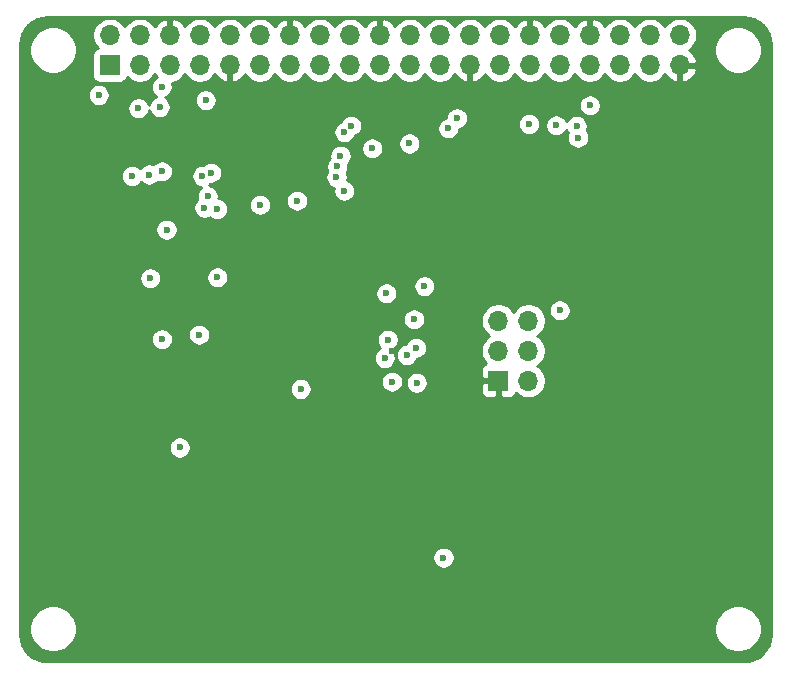
<source format=gbr>
%TF.GenerationSoftware,KiCad,Pcbnew,5.1.9+dfsg1-1~bpo10+1*%
%TF.CreationDate,2021-11-10T17:07:06+01:00*%
%TF.ProjectId,ulx4m-cm4-hat,756c7834-6d2d-4636-9d34-2d6861742e6b,V1.0*%
%TF.SameCoordinates,Original*%
%TF.FileFunction,Copper,L2,Inr*%
%TF.FilePolarity,Positive*%
%FSLAX46Y46*%
G04 Gerber Fmt 4.6, Leading zero omitted, Abs format (unit mm)*
G04 Created by KiCad (PCBNEW 5.1.9+dfsg1-1~bpo10+1) date 2021-11-10 17:07:06*
%MOMM*%
%LPD*%
G01*
G04 APERTURE LIST*
%TA.AperFunction,ComponentPad*%
%ADD10R,1.700000X1.700000*%
%TD*%
%TA.AperFunction,ComponentPad*%
%ADD11O,1.700000X1.700000*%
%TD*%
%TA.AperFunction,ViaPad*%
%ADD12C,0.600000*%
%TD*%
%TA.AperFunction,Conductor*%
%ADD13C,0.254000*%
%TD*%
%TA.AperFunction,Conductor*%
%ADD14C,0.100000*%
%TD*%
G04 APERTURE END LIST*
D10*
%TO.N,+3V3*%
%TO.C,J1*%
X120620000Y-55910000D03*
D11*
%TO.N,+5V*%
X120620000Y-53370000D03*
%TO.N,SD_D2*%
X123160000Y-55910000D03*
%TO.N,+5V*%
X123160000Y-53370000D03*
%TO.N,SD_D1*%
X125700000Y-55910000D03*
%TO.N,GND*%
X125700000Y-53370000D03*
%TO.N,SD_D0*%
X128240000Y-55910000D03*
%TO.N,SD_D3*%
X128240000Y-53370000D03*
%TO.N,GND*%
X130780000Y-55910000D03*
%TO.N,SD_CLK*%
X130780000Y-53370000D03*
%TO.N,WIFI_GPIO35*%
X133320000Y-55910000D03*
%TO.N,RP_GPIO18*%
X133320000Y-53370000D03*
%TO.N,SD_CMD*%
X135860000Y-55910000D03*
%TO.N,GND*%
X135860000Y-53370000D03*
%TO.N,WIFI_EN*%
X138400000Y-55910000D03*
%TO.N,FTDI_TXD*%
X138400000Y-53370000D03*
%TO.N,+3V3*%
X140940000Y-55910000D03*
%TO.N,FTDI_RXD*%
X140940000Y-53370000D03*
%TO.N,WIFI_GPIO26*%
X143480000Y-55910000D03*
%TO.N,GND*%
X143480000Y-53370000D03*
%TO.N,WIFI_GPIO27*%
X146020000Y-55910000D03*
%TO.N,WIFI_TXD*%
X146020000Y-53370000D03*
%TO.N,WIFI_GPIO25*%
X148560000Y-55910000D03*
%TO.N,WIFI_GPIO19*%
X148560000Y-53370000D03*
%TO.N,GND*%
X151100000Y-55910000D03*
%TO.N,RP_GPIO07*%
X151100000Y-53370000D03*
%TO.N,WIFI_GPIO21*%
X153640000Y-55910000D03*
%TO.N,WIFI_GPIO22*%
X153640000Y-53370000D03*
%TO.N,WIFI_GPIO33*%
X156180000Y-55910000D03*
%TO.N,GND*%
X156180000Y-53370000D03*
%TO.N,RP_GPIO06*%
X158720000Y-55910000D03*
%TO.N,JTAG_TDI*%
X158720000Y-53370000D03*
%TO.N,FTDI_TXDEN*%
X161260000Y-55910000D03*
%TO.N,GND*%
X161260000Y-53370000D03*
%TO.N,WIFI_GPIO0*%
X163800000Y-55910000D03*
%TO.N,JTAG_TDO*%
X163800000Y-53370000D03*
%TO.N,WIFI_RXD*%
X166340000Y-55910000D03*
%TO.N,JTAG_TCK*%
X166340000Y-53370000D03*
%TO.N,GND*%
X168880000Y-55910000D03*
%TO.N,JTAG_TMS*%
X168880000Y-53370000D03*
%TD*%
D10*
%TO.N,GND*%
%TO.C,J4*%
X153525000Y-82625000D03*
D11*
%TO.N,+3V3*%
X156065000Y-82625000D03*
%TO.N,JTAG_TDI*%
X153525000Y-80085000D03*
%TO.N,JTAG_TCK*%
X156065000Y-80085000D03*
%TO.N,JTAG_TMS*%
X153525000Y-77545000D03*
%TO.N,JTAG_TDO*%
X156065000Y-77545000D03*
%TD*%
D12*
%TO.N,*%
X119690000Y-58440000D03*
%TO.N,GND*%
X139360000Y-77940000D03*
X144760000Y-88360000D03*
X154730000Y-72390000D03*
X135190002Y-91460000D03*
X119200000Y-92980000D03*
X125877911Y-87588868D03*
X149690000Y-69830000D03*
X131370000Y-83120000D03*
X133250000Y-77860000D03*
X132150000Y-102570000D03*
X144515514Y-80077064D03*
X141820000Y-77580000D03*
X128400000Y-96140000D03*
X125940000Y-96140000D03*
X152050000Y-95430000D03*
X155740000Y-95410000D03*
X140510000Y-86570000D03*
X122430000Y-70310000D03*
X131060000Y-75040000D03*
X140610000Y-72710000D03*
X145930000Y-65580000D03*
X150920000Y-63480000D03*
X171470000Y-62260000D03*
X171130000Y-73330000D03*
X171260000Y-88790000D03*
X165290000Y-101790000D03*
X165590000Y-98710000D03*
X174180000Y-79110000D03*
X133990000Y-61340000D03*
X122201588Y-60404514D03*
X145000000Y-77473681D03*
X154800000Y-60750000D03*
X155668150Y-57969968D03*
X116080000Y-71130000D03*
X117660000Y-73600000D03*
X114380000Y-77270000D03*
X122220000Y-75960000D03*
X114780000Y-96980002D03*
X117330000Y-96900000D03*
X114750000Y-86200000D03*
X113620000Y-83140000D03*
X113550000Y-61350000D03*
X117370000Y-86600000D03*
X113710000Y-84550000D03*
X115010000Y-84890000D03*
X114250000Y-98510000D03*
X117830000Y-98430000D03*
%TO.N,+5V*%
X126539990Y-88280000D03*
%TO.N,SD_CMD*%
X133340000Y-67730000D03*
%TO.N,WIFI_GPIO19*%
X145990000Y-62540000D03*
X122490000Y-65290000D03*
%TO.N,+3V3*%
X149300372Y-61260374D03*
X156130458Y-60895032D03*
X141063101Y-61025032D03*
X147270000Y-74620000D03*
X144160000Y-79150000D03*
%TO.N,SD_D2*%
X129730000Y-73880000D03*
%TO.N,SD_CMD*%
X136479968Y-67373603D03*
%TO.N,FTDI_RXD*%
X143900000Y-80720000D03*
X144038378Y-75233303D03*
%TO.N,WIFI_GPIO26*%
X129209910Y-65006192D03*
X140159475Y-63578450D03*
%TO.N,WIFI_GPIO27*%
X128904990Y-67000000D03*
X139884241Y-64490094D03*
%TO.N,WIFI_TXD*%
X128461753Y-65291824D03*
X142844911Y-62957966D03*
%TO.N,WIFI_GPIO25*%
X128640000Y-67980000D03*
X128190000Y-78730000D03*
X125040000Y-79110000D03*
X139820021Y-65373101D03*
%TO.N,RP_GPIO07*%
X148879990Y-97599086D03*
X158708051Y-76668051D03*
%TO.N,WIFI_GPIO21*%
X123045724Y-59560378D03*
%TO.N,WIFI_GPIO22*%
X125010170Y-57749967D03*
%TO.N,WIFI_GPIO33*%
X125430000Y-69840000D03*
X150030000Y-60395021D03*
%TO.N,RP_GPIO06*%
X158427108Y-61015041D03*
X146390010Y-77436437D03*
%TO.N,JTAG_TDI*%
X124048051Y-73951949D03*
X144515231Y-82707805D03*
%TO.N,FTDI_TXDEN*%
X140495343Y-61588654D03*
X161263405Y-59314990D03*
%TO.N,WIFI_GPIO0*%
X129721949Y-68091949D03*
X140474988Y-66548309D03*
X128740000Y-58880000D03*
%TO.N,JTAG_TDO*%
X136790000Y-83320000D03*
X146603430Y-82797944D03*
X160268051Y-62051949D03*
%TO.N,WIFI_RXD*%
X124855010Y-59455559D03*
%TO.N,JTAG_TCK*%
X123960000Y-65170000D03*
X145759409Y-80460045D03*
X160150000Y-61050000D03*
%TO.N,JTAG_TMS*%
X125040000Y-64900000D03*
X146557048Y-79835035D03*
%TD*%
D13*
%TO.N,GND*%
X174759255Y-51901594D02*
X175181781Y-52029162D01*
X175571482Y-52236369D01*
X175913513Y-52515324D01*
X176194849Y-52855399D01*
X176404771Y-53243644D01*
X176535285Y-53665265D01*
X176585000Y-54138274D01*
X176585001Y-104084043D01*
X176538406Y-104559255D01*
X176410838Y-104981781D01*
X176203631Y-105371482D01*
X175924676Y-105713513D01*
X175584601Y-105994849D01*
X175196356Y-106204771D01*
X174774737Y-106335285D01*
X174301726Y-106385000D01*
X115355947Y-106385000D01*
X114880745Y-106338406D01*
X114458219Y-106210838D01*
X114068518Y-106003631D01*
X113726487Y-105724676D01*
X113445151Y-105384601D01*
X113235229Y-104996356D01*
X113104715Y-104574737D01*
X113055000Y-104101726D01*
X113055000Y-103422032D01*
X113810000Y-103422032D01*
X113810000Y-103817968D01*
X113887243Y-104206296D01*
X114038761Y-104572092D01*
X114258731Y-104901301D01*
X114538699Y-105181269D01*
X114867908Y-105401239D01*
X115233704Y-105552757D01*
X115622032Y-105630000D01*
X116017968Y-105630000D01*
X116406296Y-105552757D01*
X116772092Y-105401239D01*
X117101301Y-105181269D01*
X117381269Y-104901301D01*
X117601239Y-104572092D01*
X117752757Y-104206296D01*
X117830000Y-103817968D01*
X117830000Y-103422032D01*
X171810000Y-103422032D01*
X171810000Y-103817968D01*
X171887243Y-104206296D01*
X172038761Y-104572092D01*
X172258731Y-104901301D01*
X172538699Y-105181269D01*
X172867908Y-105401239D01*
X173233704Y-105552757D01*
X173622032Y-105630000D01*
X174017968Y-105630000D01*
X174406296Y-105552757D01*
X174772092Y-105401239D01*
X175101301Y-105181269D01*
X175381269Y-104901301D01*
X175601239Y-104572092D01*
X175752757Y-104206296D01*
X175830000Y-103817968D01*
X175830000Y-103422032D01*
X175752757Y-103033704D01*
X175601239Y-102667908D01*
X175381269Y-102338699D01*
X175101301Y-102058731D01*
X174772092Y-101838761D01*
X174406296Y-101687243D01*
X174017968Y-101610000D01*
X173622032Y-101610000D01*
X173233704Y-101687243D01*
X172867908Y-101838761D01*
X172538699Y-102058731D01*
X172258731Y-102338699D01*
X172038761Y-102667908D01*
X171887243Y-103033704D01*
X171810000Y-103422032D01*
X117830000Y-103422032D01*
X117752757Y-103033704D01*
X117601239Y-102667908D01*
X117381269Y-102338699D01*
X117101301Y-102058731D01*
X116772092Y-101838761D01*
X116406296Y-101687243D01*
X116017968Y-101610000D01*
X115622032Y-101610000D01*
X115233704Y-101687243D01*
X114867908Y-101838761D01*
X114538699Y-102058731D01*
X114258731Y-102338699D01*
X114038761Y-102667908D01*
X113887243Y-103033704D01*
X113810000Y-103422032D01*
X113055000Y-103422032D01*
X113055000Y-97506997D01*
X147944990Y-97506997D01*
X147944990Y-97691175D01*
X147980922Y-97871815D01*
X148051404Y-98041975D01*
X148153728Y-98195114D01*
X148283962Y-98325348D01*
X148437101Y-98427672D01*
X148607261Y-98498154D01*
X148787901Y-98534086D01*
X148972079Y-98534086D01*
X149152719Y-98498154D01*
X149322879Y-98427672D01*
X149476018Y-98325348D01*
X149606252Y-98195114D01*
X149708576Y-98041975D01*
X149779058Y-97871815D01*
X149814990Y-97691175D01*
X149814990Y-97506997D01*
X149779058Y-97326357D01*
X149708576Y-97156197D01*
X149606252Y-97003058D01*
X149476018Y-96872824D01*
X149322879Y-96770500D01*
X149152719Y-96700018D01*
X148972079Y-96664086D01*
X148787901Y-96664086D01*
X148607261Y-96700018D01*
X148437101Y-96770500D01*
X148283962Y-96872824D01*
X148153728Y-97003058D01*
X148051404Y-97156197D01*
X147980922Y-97326357D01*
X147944990Y-97506997D01*
X113055000Y-97506997D01*
X113055000Y-88187911D01*
X125604990Y-88187911D01*
X125604990Y-88372089D01*
X125640922Y-88552729D01*
X125711404Y-88722889D01*
X125813728Y-88876028D01*
X125943962Y-89006262D01*
X126097101Y-89108586D01*
X126267261Y-89179068D01*
X126447901Y-89215000D01*
X126632079Y-89215000D01*
X126812719Y-89179068D01*
X126982879Y-89108586D01*
X127136018Y-89006262D01*
X127266252Y-88876028D01*
X127368576Y-88722889D01*
X127439058Y-88552729D01*
X127474990Y-88372089D01*
X127474990Y-88187911D01*
X127439058Y-88007271D01*
X127368576Y-87837111D01*
X127266252Y-87683972D01*
X127136018Y-87553738D01*
X126982879Y-87451414D01*
X126812719Y-87380932D01*
X126632079Y-87345000D01*
X126447901Y-87345000D01*
X126267261Y-87380932D01*
X126097101Y-87451414D01*
X125943962Y-87553738D01*
X125813728Y-87683972D01*
X125711404Y-87837111D01*
X125640922Y-88007271D01*
X125604990Y-88187911D01*
X113055000Y-88187911D01*
X113055000Y-83227911D01*
X135855000Y-83227911D01*
X135855000Y-83412089D01*
X135890932Y-83592729D01*
X135961414Y-83762889D01*
X136063738Y-83916028D01*
X136193972Y-84046262D01*
X136347111Y-84148586D01*
X136517271Y-84219068D01*
X136697911Y-84255000D01*
X136882089Y-84255000D01*
X137062729Y-84219068D01*
X137232889Y-84148586D01*
X137386028Y-84046262D01*
X137516262Y-83916028D01*
X137618586Y-83762889D01*
X137689068Y-83592729D01*
X137725000Y-83412089D01*
X137725000Y-83227911D01*
X137689068Y-83047271D01*
X137618586Y-82877111D01*
X137516262Y-82723972D01*
X137408006Y-82615716D01*
X143580231Y-82615716D01*
X143580231Y-82799894D01*
X143616163Y-82980534D01*
X143686645Y-83150694D01*
X143788969Y-83303833D01*
X143919203Y-83434067D01*
X144072342Y-83536391D01*
X144242502Y-83606873D01*
X144423142Y-83642805D01*
X144607320Y-83642805D01*
X144787960Y-83606873D01*
X144958120Y-83536391D01*
X145111259Y-83434067D01*
X145241493Y-83303833D01*
X145343817Y-83150694D01*
X145414299Y-82980534D01*
X145450231Y-82799894D01*
X145450231Y-82705855D01*
X145668430Y-82705855D01*
X145668430Y-82890033D01*
X145704362Y-83070673D01*
X145774844Y-83240833D01*
X145877168Y-83393972D01*
X146007402Y-83524206D01*
X146160541Y-83626530D01*
X146330701Y-83697012D01*
X146511341Y-83732944D01*
X146695519Y-83732944D01*
X146876159Y-83697012D01*
X147046319Y-83626530D01*
X147199458Y-83524206D01*
X147248664Y-83475000D01*
X152036928Y-83475000D01*
X152049188Y-83599482D01*
X152085498Y-83719180D01*
X152144463Y-83829494D01*
X152223815Y-83926185D01*
X152320506Y-84005537D01*
X152430820Y-84064502D01*
X152550518Y-84100812D01*
X152675000Y-84113072D01*
X153239250Y-84110000D01*
X153398000Y-83951250D01*
X153398000Y-82752000D01*
X152198750Y-82752000D01*
X152040000Y-82910750D01*
X152036928Y-83475000D01*
X147248664Y-83475000D01*
X147329692Y-83393972D01*
X147432016Y-83240833D01*
X147502498Y-83070673D01*
X147538430Y-82890033D01*
X147538430Y-82705855D01*
X147502498Y-82525215D01*
X147432016Y-82355055D01*
X147329692Y-82201916D01*
X147199458Y-82071682D01*
X147046319Y-81969358D01*
X146876159Y-81898876D01*
X146695519Y-81862944D01*
X146511341Y-81862944D01*
X146330701Y-81898876D01*
X146160541Y-81969358D01*
X146007402Y-82071682D01*
X145877168Y-82201916D01*
X145774844Y-82355055D01*
X145704362Y-82525215D01*
X145668430Y-82705855D01*
X145450231Y-82705855D01*
X145450231Y-82615716D01*
X145414299Y-82435076D01*
X145343817Y-82264916D01*
X145241493Y-82111777D01*
X145111259Y-81981543D01*
X144958120Y-81879219D01*
X144787960Y-81808737D01*
X144618355Y-81775000D01*
X152036928Y-81775000D01*
X152040000Y-82339250D01*
X152198750Y-82498000D01*
X153398000Y-82498000D01*
X153398000Y-82478000D01*
X153652000Y-82478000D01*
X153652000Y-82498000D01*
X153672000Y-82498000D01*
X153672000Y-82752000D01*
X153652000Y-82752000D01*
X153652000Y-83951250D01*
X153810750Y-84110000D01*
X154375000Y-84113072D01*
X154499482Y-84100812D01*
X154619180Y-84064502D01*
X154729494Y-84005537D01*
X154826185Y-83926185D01*
X154905537Y-83829494D01*
X154964502Y-83719180D01*
X154986513Y-83646620D01*
X155118368Y-83778475D01*
X155361589Y-83940990D01*
X155631842Y-84052932D01*
X155918740Y-84110000D01*
X156211260Y-84110000D01*
X156498158Y-84052932D01*
X156768411Y-83940990D01*
X157011632Y-83778475D01*
X157218475Y-83571632D01*
X157380990Y-83328411D01*
X157492932Y-83058158D01*
X157550000Y-82771260D01*
X157550000Y-82478740D01*
X157492932Y-82191842D01*
X157380990Y-81921589D01*
X157218475Y-81678368D01*
X157011632Y-81471525D01*
X156837240Y-81355000D01*
X157011632Y-81238475D01*
X157218475Y-81031632D01*
X157380990Y-80788411D01*
X157492932Y-80518158D01*
X157550000Y-80231260D01*
X157550000Y-79938740D01*
X157492932Y-79651842D01*
X157380990Y-79381589D01*
X157218475Y-79138368D01*
X157011632Y-78931525D01*
X156837240Y-78815000D01*
X157011632Y-78698475D01*
X157218475Y-78491632D01*
X157380990Y-78248411D01*
X157492932Y-77978158D01*
X157550000Y-77691260D01*
X157550000Y-77398740D01*
X157492932Y-77111842D01*
X157380990Y-76841589D01*
X157218475Y-76598368D01*
X157196069Y-76575962D01*
X157773051Y-76575962D01*
X157773051Y-76760140D01*
X157808983Y-76940780D01*
X157879465Y-77110940D01*
X157981789Y-77264079D01*
X158112023Y-77394313D01*
X158265162Y-77496637D01*
X158435322Y-77567119D01*
X158615962Y-77603051D01*
X158800140Y-77603051D01*
X158980780Y-77567119D01*
X159150940Y-77496637D01*
X159304079Y-77394313D01*
X159434313Y-77264079D01*
X159536637Y-77110940D01*
X159607119Y-76940780D01*
X159643051Y-76760140D01*
X159643051Y-76575962D01*
X159607119Y-76395322D01*
X159536637Y-76225162D01*
X159434313Y-76072023D01*
X159304079Y-75941789D01*
X159150940Y-75839465D01*
X158980780Y-75768983D01*
X158800140Y-75733051D01*
X158615962Y-75733051D01*
X158435322Y-75768983D01*
X158265162Y-75839465D01*
X158112023Y-75941789D01*
X157981789Y-76072023D01*
X157879465Y-76225162D01*
X157808983Y-76395322D01*
X157773051Y-76575962D01*
X157196069Y-76575962D01*
X157011632Y-76391525D01*
X156768411Y-76229010D01*
X156498158Y-76117068D01*
X156211260Y-76060000D01*
X155918740Y-76060000D01*
X155631842Y-76117068D01*
X155361589Y-76229010D01*
X155118368Y-76391525D01*
X154911525Y-76598368D01*
X154795000Y-76772760D01*
X154678475Y-76598368D01*
X154471632Y-76391525D01*
X154228411Y-76229010D01*
X153958158Y-76117068D01*
X153671260Y-76060000D01*
X153378740Y-76060000D01*
X153091842Y-76117068D01*
X152821589Y-76229010D01*
X152578368Y-76391525D01*
X152371525Y-76598368D01*
X152209010Y-76841589D01*
X152097068Y-77111842D01*
X152040000Y-77398740D01*
X152040000Y-77691260D01*
X152097068Y-77978158D01*
X152209010Y-78248411D01*
X152371525Y-78491632D01*
X152578368Y-78698475D01*
X152752760Y-78815000D01*
X152578368Y-78931525D01*
X152371525Y-79138368D01*
X152209010Y-79381589D01*
X152097068Y-79651842D01*
X152040000Y-79938740D01*
X152040000Y-80231260D01*
X152097068Y-80518158D01*
X152209010Y-80788411D01*
X152371525Y-81031632D01*
X152503380Y-81163487D01*
X152430820Y-81185498D01*
X152320506Y-81244463D01*
X152223815Y-81323815D01*
X152144463Y-81420506D01*
X152085498Y-81530820D01*
X152049188Y-81650518D01*
X152036928Y-81775000D01*
X144618355Y-81775000D01*
X144607320Y-81772805D01*
X144423142Y-81772805D01*
X144242502Y-81808737D01*
X144072342Y-81879219D01*
X143919203Y-81981543D01*
X143788969Y-82111777D01*
X143686645Y-82264916D01*
X143616163Y-82435076D01*
X143580231Y-82615716D01*
X137408006Y-82615716D01*
X137386028Y-82593738D01*
X137232889Y-82491414D01*
X137062729Y-82420932D01*
X136882089Y-82385000D01*
X136697911Y-82385000D01*
X136517271Y-82420932D01*
X136347111Y-82491414D01*
X136193972Y-82593738D01*
X136063738Y-82723972D01*
X135961414Y-82877111D01*
X135890932Y-83047271D01*
X135855000Y-83227911D01*
X113055000Y-83227911D01*
X113055000Y-80627911D01*
X142965000Y-80627911D01*
X142965000Y-80812089D01*
X143000932Y-80992729D01*
X143071414Y-81162889D01*
X143173738Y-81316028D01*
X143303972Y-81446262D01*
X143457111Y-81548586D01*
X143627271Y-81619068D01*
X143807911Y-81655000D01*
X143992089Y-81655000D01*
X144172729Y-81619068D01*
X144342889Y-81548586D01*
X144496028Y-81446262D01*
X144626262Y-81316028D01*
X144728586Y-81162889D01*
X144799068Y-80992729D01*
X144835000Y-80812089D01*
X144835000Y-80627911D01*
X144799068Y-80447271D01*
X144766215Y-80367956D01*
X144824409Y-80367956D01*
X144824409Y-80552134D01*
X144860341Y-80732774D01*
X144930823Y-80902934D01*
X145033147Y-81056073D01*
X145163381Y-81186307D01*
X145316520Y-81288631D01*
X145486680Y-81359113D01*
X145667320Y-81395045D01*
X145851498Y-81395045D01*
X146032138Y-81359113D01*
X146202298Y-81288631D01*
X146355437Y-81186307D01*
X146485671Y-81056073D01*
X146587995Y-80902934D01*
X146643043Y-80770035D01*
X146649137Y-80770035D01*
X146829777Y-80734103D01*
X146999937Y-80663621D01*
X147153076Y-80561297D01*
X147283310Y-80431063D01*
X147385634Y-80277924D01*
X147456116Y-80107764D01*
X147492048Y-79927124D01*
X147492048Y-79742946D01*
X147456116Y-79562306D01*
X147385634Y-79392146D01*
X147283310Y-79239007D01*
X147153076Y-79108773D01*
X146999937Y-79006449D01*
X146829777Y-78935967D01*
X146649137Y-78900035D01*
X146464959Y-78900035D01*
X146284319Y-78935967D01*
X146114159Y-79006449D01*
X145961020Y-79108773D01*
X145830786Y-79239007D01*
X145728462Y-79392146D01*
X145673414Y-79525045D01*
X145667320Y-79525045D01*
X145486680Y-79560977D01*
X145316520Y-79631459D01*
X145163381Y-79733783D01*
X145033147Y-79864017D01*
X144930823Y-80017156D01*
X144860341Y-80187316D01*
X144824409Y-80367956D01*
X144766215Y-80367956D01*
X144728586Y-80277111D01*
X144626262Y-80123972D01*
X144516613Y-80014323D01*
X144602889Y-79978586D01*
X144756028Y-79876262D01*
X144886262Y-79746028D01*
X144988586Y-79592889D01*
X145059068Y-79422729D01*
X145095000Y-79242089D01*
X145095000Y-79057911D01*
X145059068Y-78877271D01*
X144988586Y-78707111D01*
X144886262Y-78553972D01*
X144756028Y-78423738D01*
X144602889Y-78321414D01*
X144432729Y-78250932D01*
X144252089Y-78215000D01*
X144067911Y-78215000D01*
X143887271Y-78250932D01*
X143717111Y-78321414D01*
X143563972Y-78423738D01*
X143433738Y-78553972D01*
X143331414Y-78707111D01*
X143260932Y-78877271D01*
X143225000Y-79057911D01*
X143225000Y-79242089D01*
X143260932Y-79422729D01*
X143331414Y-79592889D01*
X143433738Y-79746028D01*
X143543387Y-79855677D01*
X143457111Y-79891414D01*
X143303972Y-79993738D01*
X143173738Y-80123972D01*
X143071414Y-80277111D01*
X143000932Y-80447271D01*
X142965000Y-80627911D01*
X113055000Y-80627911D01*
X113055000Y-79017911D01*
X124105000Y-79017911D01*
X124105000Y-79202089D01*
X124140932Y-79382729D01*
X124211414Y-79552889D01*
X124313738Y-79706028D01*
X124443972Y-79836262D01*
X124597111Y-79938586D01*
X124767271Y-80009068D01*
X124947911Y-80045000D01*
X125132089Y-80045000D01*
X125312729Y-80009068D01*
X125482889Y-79938586D01*
X125636028Y-79836262D01*
X125766262Y-79706028D01*
X125868586Y-79552889D01*
X125939068Y-79382729D01*
X125975000Y-79202089D01*
X125975000Y-79017911D01*
X125939068Y-78837271D01*
X125868586Y-78667111D01*
X125849076Y-78637911D01*
X127255000Y-78637911D01*
X127255000Y-78822089D01*
X127290932Y-79002729D01*
X127361414Y-79172889D01*
X127463738Y-79326028D01*
X127593972Y-79456262D01*
X127747111Y-79558586D01*
X127917271Y-79629068D01*
X128097911Y-79665000D01*
X128282089Y-79665000D01*
X128462729Y-79629068D01*
X128632889Y-79558586D01*
X128786028Y-79456262D01*
X128916262Y-79326028D01*
X129018586Y-79172889D01*
X129089068Y-79002729D01*
X129125000Y-78822089D01*
X129125000Y-78637911D01*
X129089068Y-78457271D01*
X129018586Y-78287111D01*
X128916262Y-78133972D01*
X128786028Y-78003738D01*
X128632889Y-77901414D01*
X128462729Y-77830932D01*
X128282089Y-77795000D01*
X128097911Y-77795000D01*
X127917271Y-77830932D01*
X127747111Y-77901414D01*
X127593972Y-78003738D01*
X127463738Y-78133972D01*
X127361414Y-78287111D01*
X127290932Y-78457271D01*
X127255000Y-78637911D01*
X125849076Y-78637911D01*
X125766262Y-78513972D01*
X125636028Y-78383738D01*
X125482889Y-78281414D01*
X125312729Y-78210932D01*
X125132089Y-78175000D01*
X124947911Y-78175000D01*
X124767271Y-78210932D01*
X124597111Y-78281414D01*
X124443972Y-78383738D01*
X124313738Y-78513972D01*
X124211414Y-78667111D01*
X124140932Y-78837271D01*
X124105000Y-79017911D01*
X113055000Y-79017911D01*
X113055000Y-77344348D01*
X145455010Y-77344348D01*
X145455010Y-77528526D01*
X145490942Y-77709166D01*
X145561424Y-77879326D01*
X145663748Y-78032465D01*
X145793982Y-78162699D01*
X145947121Y-78265023D01*
X146117281Y-78335505D01*
X146297921Y-78371437D01*
X146482099Y-78371437D01*
X146662739Y-78335505D01*
X146832899Y-78265023D01*
X146986038Y-78162699D01*
X147116272Y-78032465D01*
X147218596Y-77879326D01*
X147289078Y-77709166D01*
X147325010Y-77528526D01*
X147325010Y-77344348D01*
X147289078Y-77163708D01*
X147218596Y-76993548D01*
X147116272Y-76840409D01*
X146986038Y-76710175D01*
X146832899Y-76607851D01*
X146662739Y-76537369D01*
X146482099Y-76501437D01*
X146297921Y-76501437D01*
X146117281Y-76537369D01*
X145947121Y-76607851D01*
X145793982Y-76710175D01*
X145663748Y-76840409D01*
X145561424Y-76993548D01*
X145490942Y-77163708D01*
X145455010Y-77344348D01*
X113055000Y-77344348D01*
X113055000Y-75141214D01*
X143103378Y-75141214D01*
X143103378Y-75325392D01*
X143139310Y-75506032D01*
X143209792Y-75676192D01*
X143312116Y-75829331D01*
X143442350Y-75959565D01*
X143595489Y-76061889D01*
X143765649Y-76132371D01*
X143946289Y-76168303D01*
X144130467Y-76168303D01*
X144311107Y-76132371D01*
X144481267Y-76061889D01*
X144634406Y-75959565D01*
X144764640Y-75829331D01*
X144866964Y-75676192D01*
X144937446Y-75506032D01*
X144973378Y-75325392D01*
X144973378Y-75141214D01*
X144937446Y-74960574D01*
X144866964Y-74790414D01*
X144764640Y-74637275D01*
X144655276Y-74527911D01*
X146335000Y-74527911D01*
X146335000Y-74712089D01*
X146370932Y-74892729D01*
X146441414Y-75062889D01*
X146543738Y-75216028D01*
X146673972Y-75346262D01*
X146827111Y-75448586D01*
X146997271Y-75519068D01*
X147177911Y-75555000D01*
X147362089Y-75555000D01*
X147542729Y-75519068D01*
X147712889Y-75448586D01*
X147866028Y-75346262D01*
X147996262Y-75216028D01*
X148098586Y-75062889D01*
X148169068Y-74892729D01*
X148205000Y-74712089D01*
X148205000Y-74527911D01*
X148169068Y-74347271D01*
X148098586Y-74177111D01*
X147996262Y-74023972D01*
X147866028Y-73893738D01*
X147712889Y-73791414D01*
X147542729Y-73720932D01*
X147362089Y-73685000D01*
X147177911Y-73685000D01*
X146997271Y-73720932D01*
X146827111Y-73791414D01*
X146673972Y-73893738D01*
X146543738Y-74023972D01*
X146441414Y-74177111D01*
X146370932Y-74347271D01*
X146335000Y-74527911D01*
X144655276Y-74527911D01*
X144634406Y-74507041D01*
X144481267Y-74404717D01*
X144311107Y-74334235D01*
X144130467Y-74298303D01*
X143946289Y-74298303D01*
X143765649Y-74334235D01*
X143595489Y-74404717D01*
X143442350Y-74507041D01*
X143312116Y-74637275D01*
X143209792Y-74790414D01*
X143139310Y-74960574D01*
X143103378Y-75141214D01*
X113055000Y-75141214D01*
X113055000Y-73859860D01*
X123113051Y-73859860D01*
X123113051Y-74044038D01*
X123148983Y-74224678D01*
X123219465Y-74394838D01*
X123321789Y-74547977D01*
X123452023Y-74678211D01*
X123605162Y-74780535D01*
X123775322Y-74851017D01*
X123955962Y-74886949D01*
X124140140Y-74886949D01*
X124320780Y-74851017D01*
X124490940Y-74780535D01*
X124644079Y-74678211D01*
X124774313Y-74547977D01*
X124876637Y-74394838D01*
X124947119Y-74224678D01*
X124983051Y-74044038D01*
X124983051Y-73859860D01*
X124968740Y-73787911D01*
X128795000Y-73787911D01*
X128795000Y-73972089D01*
X128830932Y-74152729D01*
X128901414Y-74322889D01*
X129003738Y-74476028D01*
X129133972Y-74606262D01*
X129287111Y-74708586D01*
X129457271Y-74779068D01*
X129637911Y-74815000D01*
X129822089Y-74815000D01*
X130002729Y-74779068D01*
X130172889Y-74708586D01*
X130326028Y-74606262D01*
X130456262Y-74476028D01*
X130558586Y-74322889D01*
X130629068Y-74152729D01*
X130665000Y-73972089D01*
X130665000Y-73787911D01*
X130629068Y-73607271D01*
X130558586Y-73437111D01*
X130456262Y-73283972D01*
X130326028Y-73153738D01*
X130172889Y-73051414D01*
X130002729Y-72980932D01*
X129822089Y-72945000D01*
X129637911Y-72945000D01*
X129457271Y-72980932D01*
X129287111Y-73051414D01*
X129133972Y-73153738D01*
X129003738Y-73283972D01*
X128901414Y-73437111D01*
X128830932Y-73607271D01*
X128795000Y-73787911D01*
X124968740Y-73787911D01*
X124947119Y-73679220D01*
X124876637Y-73509060D01*
X124774313Y-73355921D01*
X124644079Y-73225687D01*
X124490940Y-73123363D01*
X124320780Y-73052881D01*
X124140140Y-73016949D01*
X123955962Y-73016949D01*
X123775322Y-73052881D01*
X123605162Y-73123363D01*
X123452023Y-73225687D01*
X123321789Y-73355921D01*
X123219465Y-73509060D01*
X123148983Y-73679220D01*
X123113051Y-73859860D01*
X113055000Y-73859860D01*
X113055000Y-69747911D01*
X124495000Y-69747911D01*
X124495000Y-69932089D01*
X124530932Y-70112729D01*
X124601414Y-70282889D01*
X124703738Y-70436028D01*
X124833972Y-70566262D01*
X124987111Y-70668586D01*
X125157271Y-70739068D01*
X125337911Y-70775000D01*
X125522089Y-70775000D01*
X125702729Y-70739068D01*
X125872889Y-70668586D01*
X126026028Y-70566262D01*
X126156262Y-70436028D01*
X126258586Y-70282889D01*
X126329068Y-70112729D01*
X126365000Y-69932089D01*
X126365000Y-69747911D01*
X126329068Y-69567271D01*
X126258586Y-69397111D01*
X126156262Y-69243972D01*
X126026028Y-69113738D01*
X125872889Y-69011414D01*
X125702729Y-68940932D01*
X125522089Y-68905000D01*
X125337911Y-68905000D01*
X125157271Y-68940932D01*
X124987111Y-69011414D01*
X124833972Y-69113738D01*
X124703738Y-69243972D01*
X124601414Y-69397111D01*
X124530932Y-69567271D01*
X124495000Y-69747911D01*
X113055000Y-69747911D01*
X113055000Y-65197911D01*
X121555000Y-65197911D01*
X121555000Y-65382089D01*
X121590932Y-65562729D01*
X121661414Y-65732889D01*
X121763738Y-65886028D01*
X121893972Y-66016262D01*
X122047111Y-66118586D01*
X122217271Y-66189068D01*
X122397911Y-66225000D01*
X122582089Y-66225000D01*
X122762729Y-66189068D01*
X122932889Y-66118586D01*
X123086028Y-66016262D01*
X123216262Y-65886028D01*
X123271327Y-65803617D01*
X123363972Y-65896262D01*
X123517111Y-65998586D01*
X123687271Y-66069068D01*
X123867911Y-66105000D01*
X124052089Y-66105000D01*
X124232729Y-66069068D01*
X124402889Y-65998586D01*
X124556028Y-65896262D01*
X124686262Y-65766028D01*
X124686531Y-65765625D01*
X124767271Y-65799068D01*
X124947911Y-65835000D01*
X125132089Y-65835000D01*
X125312729Y-65799068D01*
X125482889Y-65728586D01*
X125636028Y-65626262D01*
X125766262Y-65496028D01*
X125868586Y-65342889D01*
X125927881Y-65199735D01*
X127526753Y-65199735D01*
X127526753Y-65383913D01*
X127562685Y-65564553D01*
X127633167Y-65734713D01*
X127735491Y-65887852D01*
X127865725Y-66018086D01*
X128018864Y-66120410D01*
X128189024Y-66190892D01*
X128369664Y-66226824D01*
X128379174Y-66226824D01*
X128308962Y-66273738D01*
X128178728Y-66403972D01*
X128076404Y-66557111D01*
X128005922Y-66727271D01*
X127969990Y-66907911D01*
X127969990Y-67092089D01*
X128005922Y-67272729D01*
X128011504Y-67286206D01*
X127913738Y-67383972D01*
X127811414Y-67537111D01*
X127740932Y-67707271D01*
X127705000Y-67887911D01*
X127705000Y-68072089D01*
X127740932Y-68252729D01*
X127811414Y-68422889D01*
X127913738Y-68576028D01*
X128043972Y-68706262D01*
X128197111Y-68808586D01*
X128367271Y-68879068D01*
X128547911Y-68915000D01*
X128732089Y-68915000D01*
X128912729Y-68879068D01*
X129082889Y-68808586D01*
X129102915Y-68795205D01*
X129125921Y-68818211D01*
X129279060Y-68920535D01*
X129449220Y-68991017D01*
X129629860Y-69026949D01*
X129814038Y-69026949D01*
X129994678Y-68991017D01*
X130164838Y-68920535D01*
X130317977Y-68818211D01*
X130448211Y-68687977D01*
X130550535Y-68534838D01*
X130621017Y-68364678D01*
X130656949Y-68184038D01*
X130656949Y-67999860D01*
X130621017Y-67819220D01*
X130550535Y-67649060D01*
X130543086Y-67637911D01*
X132405000Y-67637911D01*
X132405000Y-67822089D01*
X132440932Y-68002729D01*
X132511414Y-68172889D01*
X132613738Y-68326028D01*
X132743972Y-68456262D01*
X132897111Y-68558586D01*
X133067271Y-68629068D01*
X133247911Y-68665000D01*
X133432089Y-68665000D01*
X133612729Y-68629068D01*
X133782889Y-68558586D01*
X133936028Y-68456262D01*
X134066262Y-68326028D01*
X134168586Y-68172889D01*
X134239068Y-68002729D01*
X134275000Y-67822089D01*
X134275000Y-67637911D01*
X134239068Y-67457271D01*
X134168586Y-67287111D01*
X134164847Y-67281514D01*
X135544968Y-67281514D01*
X135544968Y-67465692D01*
X135580900Y-67646332D01*
X135651382Y-67816492D01*
X135753706Y-67969631D01*
X135883940Y-68099865D01*
X136037079Y-68202189D01*
X136207239Y-68272671D01*
X136387879Y-68308603D01*
X136572057Y-68308603D01*
X136752697Y-68272671D01*
X136922857Y-68202189D01*
X137075996Y-68099865D01*
X137206230Y-67969631D01*
X137308554Y-67816492D01*
X137379036Y-67646332D01*
X137414968Y-67465692D01*
X137414968Y-67281514D01*
X137379036Y-67100874D01*
X137308554Y-66930714D01*
X137206230Y-66777575D01*
X137075996Y-66647341D01*
X136922857Y-66545017D01*
X136752697Y-66474535D01*
X136572057Y-66438603D01*
X136387879Y-66438603D01*
X136207239Y-66474535D01*
X136037079Y-66545017D01*
X135883940Y-66647341D01*
X135753706Y-66777575D01*
X135651382Y-66930714D01*
X135580900Y-67100874D01*
X135544968Y-67281514D01*
X134164847Y-67281514D01*
X134066262Y-67133972D01*
X133936028Y-67003738D01*
X133782889Y-66901414D01*
X133612729Y-66830932D01*
X133432089Y-66795000D01*
X133247911Y-66795000D01*
X133067271Y-66830932D01*
X132897111Y-66901414D01*
X132743972Y-67003738D01*
X132613738Y-67133972D01*
X132511414Y-67287111D01*
X132440932Y-67457271D01*
X132405000Y-67637911D01*
X130543086Y-67637911D01*
X130448211Y-67495921D01*
X130317977Y-67365687D01*
X130164838Y-67263363D01*
X129994678Y-67192881D01*
X129826592Y-67159446D01*
X129839990Y-67092089D01*
X129839990Y-66907911D01*
X129804058Y-66727271D01*
X129733576Y-66557111D01*
X129631252Y-66403972D01*
X129501018Y-66273738D01*
X129347879Y-66171414D01*
X129177719Y-66100932D01*
X128997079Y-66065000D01*
X128987569Y-66065000D01*
X129057781Y-66018086D01*
X129134675Y-65941192D01*
X129301999Y-65941192D01*
X129482639Y-65905260D01*
X129652799Y-65834778D01*
X129805938Y-65732454D01*
X129936172Y-65602220D01*
X130038496Y-65449081D01*
X130108111Y-65281012D01*
X138885021Y-65281012D01*
X138885021Y-65465190D01*
X138920953Y-65645830D01*
X138991435Y-65815990D01*
X139093759Y-65969129D01*
X139223993Y-66099363D01*
X139377132Y-66201687D01*
X139547292Y-66272169D01*
X139575483Y-66277777D01*
X139539988Y-66456220D01*
X139539988Y-66640398D01*
X139575920Y-66821038D01*
X139646402Y-66991198D01*
X139748726Y-67144337D01*
X139878960Y-67274571D01*
X140032099Y-67376895D01*
X140202259Y-67447377D01*
X140382899Y-67483309D01*
X140567077Y-67483309D01*
X140747717Y-67447377D01*
X140917877Y-67376895D01*
X141071016Y-67274571D01*
X141201250Y-67144337D01*
X141303574Y-66991198D01*
X141374056Y-66821038D01*
X141409988Y-66640398D01*
X141409988Y-66456220D01*
X141374056Y-66275580D01*
X141303574Y-66105420D01*
X141201250Y-65952281D01*
X141071016Y-65822047D01*
X140917877Y-65719723D01*
X140747717Y-65649241D01*
X140719526Y-65643633D01*
X140755021Y-65465190D01*
X140755021Y-65281012D01*
X140719089Y-65100372D01*
X140673891Y-64991254D01*
X140712827Y-64932983D01*
X140783309Y-64762823D01*
X140819241Y-64582183D01*
X140819241Y-64398005D01*
X140793188Y-64267027D01*
X140885737Y-64174478D01*
X140988061Y-64021339D01*
X141058543Y-63851179D01*
X141094475Y-63670539D01*
X141094475Y-63486361D01*
X141058543Y-63305721D01*
X140988061Y-63135561D01*
X140885737Y-62982422D01*
X140769192Y-62865877D01*
X141909911Y-62865877D01*
X141909911Y-63050055D01*
X141945843Y-63230695D01*
X142016325Y-63400855D01*
X142118649Y-63553994D01*
X142248883Y-63684228D01*
X142402022Y-63786552D01*
X142572182Y-63857034D01*
X142752822Y-63892966D01*
X142937000Y-63892966D01*
X143117640Y-63857034D01*
X143287800Y-63786552D01*
X143440939Y-63684228D01*
X143571173Y-63553994D01*
X143673497Y-63400855D01*
X143743979Y-63230695D01*
X143779911Y-63050055D01*
X143779911Y-62865877D01*
X143743979Y-62685237D01*
X143673497Y-62515077D01*
X143628619Y-62447911D01*
X145055000Y-62447911D01*
X145055000Y-62632089D01*
X145090932Y-62812729D01*
X145161414Y-62982889D01*
X145263738Y-63136028D01*
X145393972Y-63266262D01*
X145547111Y-63368586D01*
X145717271Y-63439068D01*
X145897911Y-63475000D01*
X146082089Y-63475000D01*
X146262729Y-63439068D01*
X146432889Y-63368586D01*
X146586028Y-63266262D01*
X146716262Y-63136028D01*
X146818586Y-62982889D01*
X146889068Y-62812729D01*
X146925000Y-62632089D01*
X146925000Y-62447911D01*
X146889068Y-62267271D01*
X146818586Y-62097111D01*
X146716262Y-61943972D01*
X146586028Y-61813738D01*
X146432889Y-61711414D01*
X146262729Y-61640932D01*
X146082089Y-61605000D01*
X145897911Y-61605000D01*
X145717271Y-61640932D01*
X145547111Y-61711414D01*
X145393972Y-61813738D01*
X145263738Y-61943972D01*
X145161414Y-62097111D01*
X145090932Y-62267271D01*
X145055000Y-62447911D01*
X143628619Y-62447911D01*
X143571173Y-62361938D01*
X143440939Y-62231704D01*
X143287800Y-62129380D01*
X143117640Y-62058898D01*
X142937000Y-62022966D01*
X142752822Y-62022966D01*
X142572182Y-62058898D01*
X142402022Y-62129380D01*
X142248883Y-62231704D01*
X142118649Y-62361938D01*
X142016325Y-62515077D01*
X141945843Y-62685237D01*
X141909911Y-62865877D01*
X140769192Y-62865877D01*
X140755503Y-62852188D01*
X140602364Y-62749864D01*
X140432204Y-62679382D01*
X140251564Y-62643450D01*
X140067386Y-62643450D01*
X139886746Y-62679382D01*
X139716586Y-62749864D01*
X139563447Y-62852188D01*
X139433213Y-62982422D01*
X139330889Y-63135561D01*
X139260407Y-63305721D01*
X139224475Y-63486361D01*
X139224475Y-63670539D01*
X139250528Y-63801517D01*
X139157979Y-63894066D01*
X139055655Y-64047205D01*
X138985173Y-64217365D01*
X138949241Y-64398005D01*
X138949241Y-64582183D01*
X138985173Y-64762823D01*
X139030371Y-64871941D01*
X138991435Y-64930212D01*
X138920953Y-65100372D01*
X138885021Y-65281012D01*
X130108111Y-65281012D01*
X130108978Y-65278921D01*
X130144910Y-65098281D01*
X130144910Y-64914103D01*
X130108978Y-64733463D01*
X130038496Y-64563303D01*
X129936172Y-64410164D01*
X129805938Y-64279930D01*
X129652799Y-64177606D01*
X129482639Y-64107124D01*
X129301999Y-64071192D01*
X129117821Y-64071192D01*
X128937181Y-64107124D01*
X128767021Y-64177606D01*
X128613882Y-64279930D01*
X128536988Y-64356824D01*
X128369664Y-64356824D01*
X128189024Y-64392756D01*
X128018864Y-64463238D01*
X127865725Y-64565562D01*
X127735491Y-64695796D01*
X127633167Y-64848935D01*
X127562685Y-65019095D01*
X127526753Y-65199735D01*
X125927881Y-65199735D01*
X125939068Y-65172729D01*
X125975000Y-64992089D01*
X125975000Y-64807911D01*
X125939068Y-64627271D01*
X125868586Y-64457111D01*
X125766262Y-64303972D01*
X125636028Y-64173738D01*
X125482889Y-64071414D01*
X125312729Y-64000932D01*
X125132089Y-63965000D01*
X124947911Y-63965000D01*
X124767271Y-64000932D01*
X124597111Y-64071414D01*
X124443972Y-64173738D01*
X124313738Y-64303972D01*
X124313469Y-64304375D01*
X124232729Y-64270932D01*
X124052089Y-64235000D01*
X123867911Y-64235000D01*
X123687271Y-64270932D01*
X123517111Y-64341414D01*
X123363972Y-64443738D01*
X123233738Y-64573972D01*
X123178673Y-64656383D01*
X123086028Y-64563738D01*
X122932889Y-64461414D01*
X122762729Y-64390932D01*
X122582089Y-64355000D01*
X122397911Y-64355000D01*
X122217271Y-64390932D01*
X122047111Y-64461414D01*
X121893972Y-64563738D01*
X121763738Y-64693972D01*
X121661414Y-64847111D01*
X121590932Y-65017271D01*
X121555000Y-65197911D01*
X113055000Y-65197911D01*
X113055000Y-61496565D01*
X139560343Y-61496565D01*
X139560343Y-61680743D01*
X139596275Y-61861383D01*
X139666757Y-62031543D01*
X139769081Y-62184682D01*
X139899315Y-62314916D01*
X140052454Y-62417240D01*
X140222614Y-62487722D01*
X140403254Y-62523654D01*
X140587432Y-62523654D01*
X140768072Y-62487722D01*
X140938232Y-62417240D01*
X141091371Y-62314916D01*
X141221605Y-62184682D01*
X141323929Y-62031543D01*
X141375185Y-61907799D01*
X141505990Y-61853618D01*
X141659129Y-61751294D01*
X141789363Y-61621060D01*
X141891687Y-61467921D01*
X141962169Y-61297761D01*
X141987923Y-61168285D01*
X148365372Y-61168285D01*
X148365372Y-61352463D01*
X148401304Y-61533103D01*
X148471786Y-61703263D01*
X148574110Y-61856402D01*
X148704344Y-61986636D01*
X148857483Y-62088960D01*
X149027643Y-62159442D01*
X149208283Y-62195374D01*
X149392461Y-62195374D01*
X149573101Y-62159442D01*
X149743261Y-62088960D01*
X149896400Y-61986636D01*
X150026634Y-61856402D01*
X150128958Y-61703263D01*
X150199440Y-61533103D01*
X150235372Y-61352463D01*
X150235372Y-61307487D01*
X150302729Y-61294089D01*
X150472889Y-61223607D01*
X150626028Y-61121283D01*
X150756262Y-60991049D01*
X150858586Y-60837910D01*
X150873069Y-60802943D01*
X155195458Y-60802943D01*
X155195458Y-60987121D01*
X155231390Y-61167761D01*
X155301872Y-61337921D01*
X155404196Y-61491060D01*
X155534430Y-61621294D01*
X155687569Y-61723618D01*
X155857729Y-61794100D01*
X156038369Y-61830032D01*
X156222547Y-61830032D01*
X156403187Y-61794100D01*
X156573347Y-61723618D01*
X156726486Y-61621294D01*
X156856720Y-61491060D01*
X156959044Y-61337921D01*
X157029526Y-61167761D01*
X157065458Y-60987121D01*
X157065458Y-60922952D01*
X157492108Y-60922952D01*
X157492108Y-61107130D01*
X157528040Y-61287770D01*
X157598522Y-61457930D01*
X157700846Y-61611069D01*
X157831080Y-61741303D01*
X157984219Y-61843627D01*
X158154379Y-61914109D01*
X158335019Y-61950041D01*
X158519197Y-61950041D01*
X158699837Y-61914109D01*
X158869997Y-61843627D01*
X159023136Y-61741303D01*
X159153370Y-61611069D01*
X159255694Y-61457930D01*
X159281314Y-61396078D01*
X159321414Y-61492889D01*
X159423738Y-61646028D01*
X159424031Y-61646321D01*
X159368983Y-61779220D01*
X159333051Y-61959860D01*
X159333051Y-62144038D01*
X159368983Y-62324678D01*
X159439465Y-62494838D01*
X159541789Y-62647977D01*
X159672023Y-62778211D01*
X159825162Y-62880535D01*
X159995322Y-62951017D01*
X160175962Y-62986949D01*
X160360140Y-62986949D01*
X160540780Y-62951017D01*
X160710940Y-62880535D01*
X160864079Y-62778211D01*
X160994313Y-62647977D01*
X161096637Y-62494838D01*
X161167119Y-62324678D01*
X161203051Y-62144038D01*
X161203051Y-61959860D01*
X161167119Y-61779220D01*
X161096637Y-61609060D01*
X160994313Y-61455921D01*
X160994020Y-61455628D01*
X161049068Y-61322729D01*
X161085000Y-61142089D01*
X161085000Y-60957911D01*
X161049068Y-60777271D01*
X160978586Y-60607111D01*
X160876262Y-60453972D01*
X160746028Y-60323738D01*
X160592889Y-60221414D01*
X160422729Y-60150932D01*
X160242089Y-60115000D01*
X160057911Y-60115000D01*
X159877271Y-60150932D01*
X159707111Y-60221414D01*
X159553972Y-60323738D01*
X159423738Y-60453972D01*
X159321414Y-60607111D01*
X159295794Y-60668963D01*
X159255694Y-60572152D01*
X159153370Y-60419013D01*
X159023136Y-60288779D01*
X158869997Y-60186455D01*
X158699837Y-60115973D01*
X158519197Y-60080041D01*
X158335019Y-60080041D01*
X158154379Y-60115973D01*
X157984219Y-60186455D01*
X157831080Y-60288779D01*
X157700846Y-60419013D01*
X157598522Y-60572152D01*
X157528040Y-60742312D01*
X157492108Y-60922952D01*
X157065458Y-60922952D01*
X157065458Y-60802943D01*
X157029526Y-60622303D01*
X156959044Y-60452143D01*
X156856720Y-60299004D01*
X156726486Y-60168770D01*
X156573347Y-60066446D01*
X156403187Y-59995964D01*
X156222547Y-59960032D01*
X156038369Y-59960032D01*
X155857729Y-59995964D01*
X155687569Y-60066446D01*
X155534430Y-60168770D01*
X155404196Y-60299004D01*
X155301872Y-60452143D01*
X155231390Y-60622303D01*
X155195458Y-60802943D01*
X150873069Y-60802943D01*
X150929068Y-60667750D01*
X150965000Y-60487110D01*
X150965000Y-60302932D01*
X150929068Y-60122292D01*
X150858586Y-59952132D01*
X150756262Y-59798993D01*
X150626028Y-59668759D01*
X150472889Y-59566435D01*
X150302729Y-59495953D01*
X150122089Y-59460021D01*
X149937911Y-59460021D01*
X149757271Y-59495953D01*
X149587111Y-59566435D01*
X149433972Y-59668759D01*
X149303738Y-59798993D01*
X149201414Y-59952132D01*
X149130932Y-60122292D01*
X149095000Y-60302932D01*
X149095000Y-60347908D01*
X149027643Y-60361306D01*
X148857483Y-60431788D01*
X148704344Y-60534112D01*
X148574110Y-60664346D01*
X148471786Y-60817485D01*
X148401304Y-60987645D01*
X148365372Y-61168285D01*
X141987923Y-61168285D01*
X141998101Y-61117121D01*
X141998101Y-60932943D01*
X141962169Y-60752303D01*
X141891687Y-60582143D01*
X141789363Y-60429004D01*
X141659129Y-60298770D01*
X141505990Y-60196446D01*
X141335830Y-60125964D01*
X141155190Y-60090032D01*
X140971012Y-60090032D01*
X140790372Y-60125964D01*
X140620212Y-60196446D01*
X140467073Y-60298770D01*
X140336839Y-60429004D01*
X140234515Y-60582143D01*
X140183259Y-60705887D01*
X140052454Y-60760068D01*
X139899315Y-60862392D01*
X139769081Y-60992626D01*
X139666757Y-61145765D01*
X139596275Y-61315925D01*
X139560343Y-61496565D01*
X113055000Y-61496565D01*
X113055000Y-58347911D01*
X118755000Y-58347911D01*
X118755000Y-58532089D01*
X118790932Y-58712729D01*
X118861414Y-58882889D01*
X118963738Y-59036028D01*
X119093972Y-59166262D01*
X119247111Y-59268586D01*
X119417271Y-59339068D01*
X119597911Y-59375000D01*
X119782089Y-59375000D01*
X119962729Y-59339068D01*
X120132889Y-59268586D01*
X120286028Y-59166262D01*
X120416262Y-59036028D01*
X120518586Y-58882889D01*
X120589068Y-58712729D01*
X120625000Y-58532089D01*
X120625000Y-58347911D01*
X120589068Y-58167271D01*
X120518586Y-57997111D01*
X120416262Y-57843972D01*
X120286028Y-57713738D01*
X120132889Y-57611414D01*
X119962729Y-57540932D01*
X119782089Y-57505000D01*
X119597911Y-57505000D01*
X119417271Y-57540932D01*
X119247111Y-57611414D01*
X119093972Y-57713738D01*
X118963738Y-57843972D01*
X118861414Y-57997111D01*
X118790932Y-58167271D01*
X118755000Y-58347911D01*
X113055000Y-58347911D01*
X113055000Y-54422032D01*
X113810000Y-54422032D01*
X113810000Y-54817968D01*
X113887243Y-55206296D01*
X114038761Y-55572092D01*
X114258731Y-55901301D01*
X114538699Y-56181269D01*
X114867908Y-56401239D01*
X115233704Y-56552757D01*
X115622032Y-56630000D01*
X116017968Y-56630000D01*
X116406296Y-56552757D01*
X116772092Y-56401239D01*
X117101301Y-56181269D01*
X117381269Y-55901301D01*
X117601239Y-55572092D01*
X117752757Y-55206296D01*
X117781856Y-55060000D01*
X119131928Y-55060000D01*
X119131928Y-56760000D01*
X119144188Y-56884482D01*
X119180498Y-57004180D01*
X119239463Y-57114494D01*
X119318815Y-57211185D01*
X119415506Y-57290537D01*
X119525820Y-57349502D01*
X119645518Y-57385812D01*
X119770000Y-57398072D01*
X121470000Y-57398072D01*
X121594482Y-57385812D01*
X121714180Y-57349502D01*
X121824494Y-57290537D01*
X121921185Y-57211185D01*
X122000537Y-57114494D01*
X122059502Y-57004180D01*
X122081513Y-56931620D01*
X122213368Y-57063475D01*
X122456589Y-57225990D01*
X122726842Y-57337932D01*
X123013740Y-57395000D01*
X123306260Y-57395000D01*
X123593158Y-57337932D01*
X123863411Y-57225990D01*
X124106632Y-57063475D01*
X124313475Y-56856632D01*
X124430000Y-56682240D01*
X124546525Y-56856632D01*
X124598389Y-56908496D01*
X124567281Y-56921381D01*
X124414142Y-57023705D01*
X124283908Y-57153939D01*
X124181584Y-57307078D01*
X124111102Y-57477238D01*
X124075170Y-57657878D01*
X124075170Y-57842056D01*
X124111102Y-58022696D01*
X124181584Y-58192856D01*
X124283908Y-58345995D01*
X124414142Y-58476229D01*
X124552639Y-58568769D01*
X124412121Y-58626973D01*
X124258982Y-58729297D01*
X124128748Y-58859531D01*
X124026424Y-59012670D01*
X123955942Y-59182830D01*
X123938239Y-59271828D01*
X123874310Y-59117489D01*
X123771986Y-58964350D01*
X123641752Y-58834116D01*
X123488613Y-58731792D01*
X123318453Y-58661310D01*
X123137813Y-58625378D01*
X122953635Y-58625378D01*
X122772995Y-58661310D01*
X122602835Y-58731792D01*
X122449696Y-58834116D01*
X122319462Y-58964350D01*
X122217138Y-59117489D01*
X122146656Y-59287649D01*
X122110724Y-59468289D01*
X122110724Y-59652467D01*
X122146656Y-59833107D01*
X122217138Y-60003267D01*
X122319462Y-60156406D01*
X122449696Y-60286640D01*
X122602835Y-60388964D01*
X122772995Y-60459446D01*
X122953635Y-60495378D01*
X123137813Y-60495378D01*
X123318453Y-60459446D01*
X123488613Y-60388964D01*
X123641752Y-60286640D01*
X123771986Y-60156406D01*
X123874310Y-60003267D01*
X123944792Y-59833107D01*
X123962495Y-59744109D01*
X124026424Y-59898448D01*
X124128748Y-60051587D01*
X124258982Y-60181821D01*
X124412121Y-60284145D01*
X124582281Y-60354627D01*
X124762921Y-60390559D01*
X124947099Y-60390559D01*
X125127739Y-60354627D01*
X125297899Y-60284145D01*
X125451038Y-60181821D01*
X125581272Y-60051587D01*
X125683596Y-59898448D01*
X125754078Y-59728288D01*
X125790010Y-59547648D01*
X125790010Y-59363470D01*
X125754078Y-59182830D01*
X125683596Y-59012670D01*
X125581272Y-58859531D01*
X125509652Y-58787911D01*
X127805000Y-58787911D01*
X127805000Y-58972089D01*
X127840932Y-59152729D01*
X127911414Y-59322889D01*
X128013738Y-59476028D01*
X128143972Y-59606262D01*
X128297111Y-59708586D01*
X128467271Y-59779068D01*
X128647911Y-59815000D01*
X128832089Y-59815000D01*
X129012729Y-59779068D01*
X129182889Y-59708586D01*
X129336028Y-59606262D01*
X129466262Y-59476028D01*
X129568586Y-59322889D01*
X129610002Y-59222901D01*
X160328405Y-59222901D01*
X160328405Y-59407079D01*
X160364337Y-59587719D01*
X160434819Y-59757879D01*
X160537143Y-59911018D01*
X160667377Y-60041252D01*
X160820516Y-60143576D01*
X160990676Y-60214058D01*
X161171316Y-60249990D01*
X161355494Y-60249990D01*
X161536134Y-60214058D01*
X161706294Y-60143576D01*
X161859433Y-60041252D01*
X161989667Y-59911018D01*
X162091991Y-59757879D01*
X162162473Y-59587719D01*
X162198405Y-59407079D01*
X162198405Y-59222901D01*
X162162473Y-59042261D01*
X162091991Y-58872101D01*
X161989667Y-58718962D01*
X161859433Y-58588728D01*
X161706294Y-58486404D01*
X161536134Y-58415922D01*
X161355494Y-58379990D01*
X161171316Y-58379990D01*
X160990676Y-58415922D01*
X160820516Y-58486404D01*
X160667377Y-58588728D01*
X160537143Y-58718962D01*
X160434819Y-58872101D01*
X160364337Y-59042261D01*
X160328405Y-59222901D01*
X129610002Y-59222901D01*
X129639068Y-59152729D01*
X129675000Y-58972089D01*
X129675000Y-58787911D01*
X129639068Y-58607271D01*
X129568586Y-58437111D01*
X129466262Y-58283972D01*
X129336028Y-58153738D01*
X129182889Y-58051414D01*
X129012729Y-57980932D01*
X128832089Y-57945000D01*
X128647911Y-57945000D01*
X128467271Y-57980932D01*
X128297111Y-58051414D01*
X128143972Y-58153738D01*
X128013738Y-58283972D01*
X127911414Y-58437111D01*
X127840932Y-58607271D01*
X127805000Y-58787911D01*
X125509652Y-58787911D01*
X125451038Y-58729297D01*
X125312541Y-58636757D01*
X125453059Y-58578553D01*
X125606198Y-58476229D01*
X125736432Y-58345995D01*
X125838756Y-58192856D01*
X125909238Y-58022696D01*
X125945170Y-57842056D01*
X125945170Y-57657878D01*
X125909238Y-57477238D01*
X125872973Y-57389686D01*
X126133158Y-57337932D01*
X126403411Y-57225990D01*
X126646632Y-57063475D01*
X126853475Y-56856632D01*
X126970000Y-56682240D01*
X127086525Y-56856632D01*
X127293368Y-57063475D01*
X127536589Y-57225990D01*
X127806842Y-57337932D01*
X128093740Y-57395000D01*
X128386260Y-57395000D01*
X128673158Y-57337932D01*
X128943411Y-57225990D01*
X129186632Y-57063475D01*
X129393475Y-56856632D01*
X129515195Y-56674466D01*
X129584822Y-56791355D01*
X129779731Y-57007588D01*
X130013080Y-57181641D01*
X130275901Y-57306825D01*
X130423110Y-57351476D01*
X130653000Y-57230155D01*
X130653000Y-56037000D01*
X130633000Y-56037000D01*
X130633000Y-55783000D01*
X130653000Y-55783000D01*
X130653000Y-55763000D01*
X130907000Y-55763000D01*
X130907000Y-55783000D01*
X130927000Y-55783000D01*
X130927000Y-56037000D01*
X130907000Y-56037000D01*
X130907000Y-57230155D01*
X131136890Y-57351476D01*
X131284099Y-57306825D01*
X131546920Y-57181641D01*
X131780269Y-57007588D01*
X131975178Y-56791355D01*
X132044805Y-56674466D01*
X132166525Y-56856632D01*
X132373368Y-57063475D01*
X132616589Y-57225990D01*
X132886842Y-57337932D01*
X133173740Y-57395000D01*
X133466260Y-57395000D01*
X133753158Y-57337932D01*
X134023411Y-57225990D01*
X134266632Y-57063475D01*
X134473475Y-56856632D01*
X134590000Y-56682240D01*
X134706525Y-56856632D01*
X134913368Y-57063475D01*
X135156589Y-57225990D01*
X135426842Y-57337932D01*
X135713740Y-57395000D01*
X136006260Y-57395000D01*
X136293158Y-57337932D01*
X136563411Y-57225990D01*
X136806632Y-57063475D01*
X137013475Y-56856632D01*
X137130000Y-56682240D01*
X137246525Y-56856632D01*
X137453368Y-57063475D01*
X137696589Y-57225990D01*
X137966842Y-57337932D01*
X138253740Y-57395000D01*
X138546260Y-57395000D01*
X138833158Y-57337932D01*
X139103411Y-57225990D01*
X139346632Y-57063475D01*
X139553475Y-56856632D01*
X139670000Y-56682240D01*
X139786525Y-56856632D01*
X139993368Y-57063475D01*
X140236589Y-57225990D01*
X140506842Y-57337932D01*
X140793740Y-57395000D01*
X141086260Y-57395000D01*
X141373158Y-57337932D01*
X141643411Y-57225990D01*
X141886632Y-57063475D01*
X142093475Y-56856632D01*
X142210000Y-56682240D01*
X142326525Y-56856632D01*
X142533368Y-57063475D01*
X142776589Y-57225990D01*
X143046842Y-57337932D01*
X143333740Y-57395000D01*
X143626260Y-57395000D01*
X143913158Y-57337932D01*
X144183411Y-57225990D01*
X144426632Y-57063475D01*
X144633475Y-56856632D01*
X144750000Y-56682240D01*
X144866525Y-56856632D01*
X145073368Y-57063475D01*
X145316589Y-57225990D01*
X145586842Y-57337932D01*
X145873740Y-57395000D01*
X146166260Y-57395000D01*
X146453158Y-57337932D01*
X146723411Y-57225990D01*
X146966632Y-57063475D01*
X147173475Y-56856632D01*
X147290000Y-56682240D01*
X147406525Y-56856632D01*
X147613368Y-57063475D01*
X147856589Y-57225990D01*
X148126842Y-57337932D01*
X148413740Y-57395000D01*
X148706260Y-57395000D01*
X148993158Y-57337932D01*
X149263411Y-57225990D01*
X149506632Y-57063475D01*
X149713475Y-56856632D01*
X149835195Y-56674466D01*
X149904822Y-56791355D01*
X150099731Y-57007588D01*
X150333080Y-57181641D01*
X150595901Y-57306825D01*
X150743110Y-57351476D01*
X150973000Y-57230155D01*
X150973000Y-56037000D01*
X150953000Y-56037000D01*
X150953000Y-55783000D01*
X150973000Y-55783000D01*
X150973000Y-55763000D01*
X151227000Y-55763000D01*
X151227000Y-55783000D01*
X151247000Y-55783000D01*
X151247000Y-56037000D01*
X151227000Y-56037000D01*
X151227000Y-57230155D01*
X151456890Y-57351476D01*
X151604099Y-57306825D01*
X151866920Y-57181641D01*
X152100269Y-57007588D01*
X152295178Y-56791355D01*
X152364805Y-56674466D01*
X152486525Y-56856632D01*
X152693368Y-57063475D01*
X152936589Y-57225990D01*
X153206842Y-57337932D01*
X153493740Y-57395000D01*
X153786260Y-57395000D01*
X154073158Y-57337932D01*
X154343411Y-57225990D01*
X154586632Y-57063475D01*
X154793475Y-56856632D01*
X154910000Y-56682240D01*
X155026525Y-56856632D01*
X155233368Y-57063475D01*
X155476589Y-57225990D01*
X155746842Y-57337932D01*
X156033740Y-57395000D01*
X156326260Y-57395000D01*
X156613158Y-57337932D01*
X156883411Y-57225990D01*
X157126632Y-57063475D01*
X157333475Y-56856632D01*
X157450000Y-56682240D01*
X157566525Y-56856632D01*
X157773368Y-57063475D01*
X158016589Y-57225990D01*
X158286842Y-57337932D01*
X158573740Y-57395000D01*
X158866260Y-57395000D01*
X159153158Y-57337932D01*
X159423411Y-57225990D01*
X159666632Y-57063475D01*
X159873475Y-56856632D01*
X159990000Y-56682240D01*
X160106525Y-56856632D01*
X160313368Y-57063475D01*
X160556589Y-57225990D01*
X160826842Y-57337932D01*
X161113740Y-57395000D01*
X161406260Y-57395000D01*
X161693158Y-57337932D01*
X161963411Y-57225990D01*
X162206632Y-57063475D01*
X162413475Y-56856632D01*
X162530000Y-56682240D01*
X162646525Y-56856632D01*
X162853368Y-57063475D01*
X163096589Y-57225990D01*
X163366842Y-57337932D01*
X163653740Y-57395000D01*
X163946260Y-57395000D01*
X164233158Y-57337932D01*
X164503411Y-57225990D01*
X164746632Y-57063475D01*
X164953475Y-56856632D01*
X165070000Y-56682240D01*
X165186525Y-56856632D01*
X165393368Y-57063475D01*
X165636589Y-57225990D01*
X165906842Y-57337932D01*
X166193740Y-57395000D01*
X166486260Y-57395000D01*
X166773158Y-57337932D01*
X167043411Y-57225990D01*
X167286632Y-57063475D01*
X167493475Y-56856632D01*
X167615195Y-56674466D01*
X167684822Y-56791355D01*
X167879731Y-57007588D01*
X168113080Y-57181641D01*
X168375901Y-57306825D01*
X168523110Y-57351476D01*
X168753000Y-57230155D01*
X168753000Y-56037000D01*
X169007000Y-56037000D01*
X169007000Y-57230155D01*
X169236890Y-57351476D01*
X169384099Y-57306825D01*
X169646920Y-57181641D01*
X169880269Y-57007588D01*
X170075178Y-56791355D01*
X170224157Y-56541252D01*
X170321481Y-56266891D01*
X170200814Y-56037000D01*
X169007000Y-56037000D01*
X168753000Y-56037000D01*
X168733000Y-56037000D01*
X168733000Y-55783000D01*
X168753000Y-55783000D01*
X168753000Y-55763000D01*
X169007000Y-55763000D01*
X169007000Y-55783000D01*
X170200814Y-55783000D01*
X170321481Y-55553109D01*
X170224157Y-55278748D01*
X170075178Y-55028645D01*
X169880269Y-54812412D01*
X169650594Y-54641100D01*
X169826632Y-54523475D01*
X169928075Y-54422032D01*
X171810000Y-54422032D01*
X171810000Y-54817968D01*
X171887243Y-55206296D01*
X172038761Y-55572092D01*
X172258731Y-55901301D01*
X172538699Y-56181269D01*
X172867908Y-56401239D01*
X173233704Y-56552757D01*
X173622032Y-56630000D01*
X174017968Y-56630000D01*
X174406296Y-56552757D01*
X174772092Y-56401239D01*
X175101301Y-56181269D01*
X175381269Y-55901301D01*
X175601239Y-55572092D01*
X175752757Y-55206296D01*
X175830000Y-54817968D01*
X175830000Y-54422032D01*
X175752757Y-54033704D01*
X175601239Y-53667908D01*
X175381269Y-53338699D01*
X175101301Y-53058731D01*
X174772092Y-52838761D01*
X174406296Y-52687243D01*
X174017968Y-52610000D01*
X173622032Y-52610000D01*
X173233704Y-52687243D01*
X172867908Y-52838761D01*
X172538699Y-53058731D01*
X172258731Y-53338699D01*
X172038761Y-53667908D01*
X171887243Y-54033704D01*
X171810000Y-54422032D01*
X169928075Y-54422032D01*
X170033475Y-54316632D01*
X170195990Y-54073411D01*
X170307932Y-53803158D01*
X170365000Y-53516260D01*
X170365000Y-53223740D01*
X170307932Y-52936842D01*
X170195990Y-52666589D01*
X170033475Y-52423368D01*
X169826632Y-52216525D01*
X169583411Y-52054010D01*
X169313158Y-51942068D01*
X169026260Y-51885000D01*
X168733740Y-51885000D01*
X168446842Y-51942068D01*
X168176589Y-52054010D01*
X167933368Y-52216525D01*
X167726525Y-52423368D01*
X167610000Y-52597760D01*
X167493475Y-52423368D01*
X167286632Y-52216525D01*
X167043411Y-52054010D01*
X166773158Y-51942068D01*
X166486260Y-51885000D01*
X166193740Y-51885000D01*
X165906842Y-51942068D01*
X165636589Y-52054010D01*
X165393368Y-52216525D01*
X165186525Y-52423368D01*
X165070000Y-52597760D01*
X164953475Y-52423368D01*
X164746632Y-52216525D01*
X164503411Y-52054010D01*
X164233158Y-51942068D01*
X163946260Y-51885000D01*
X163653740Y-51885000D01*
X163366842Y-51942068D01*
X163096589Y-52054010D01*
X162853368Y-52216525D01*
X162646525Y-52423368D01*
X162524805Y-52605534D01*
X162455178Y-52488645D01*
X162260269Y-52272412D01*
X162026920Y-52098359D01*
X161764099Y-51973175D01*
X161616890Y-51928524D01*
X161387000Y-52049845D01*
X161387000Y-53243000D01*
X161407000Y-53243000D01*
X161407000Y-53497000D01*
X161387000Y-53497000D01*
X161387000Y-53517000D01*
X161133000Y-53517000D01*
X161133000Y-53497000D01*
X161113000Y-53497000D01*
X161113000Y-53243000D01*
X161133000Y-53243000D01*
X161133000Y-52049845D01*
X160903110Y-51928524D01*
X160755901Y-51973175D01*
X160493080Y-52098359D01*
X160259731Y-52272412D01*
X160064822Y-52488645D01*
X159995195Y-52605534D01*
X159873475Y-52423368D01*
X159666632Y-52216525D01*
X159423411Y-52054010D01*
X159153158Y-51942068D01*
X158866260Y-51885000D01*
X158573740Y-51885000D01*
X158286842Y-51942068D01*
X158016589Y-52054010D01*
X157773368Y-52216525D01*
X157566525Y-52423368D01*
X157444805Y-52605534D01*
X157375178Y-52488645D01*
X157180269Y-52272412D01*
X156946920Y-52098359D01*
X156684099Y-51973175D01*
X156536890Y-51928524D01*
X156307000Y-52049845D01*
X156307000Y-53243000D01*
X156327000Y-53243000D01*
X156327000Y-53497000D01*
X156307000Y-53497000D01*
X156307000Y-53517000D01*
X156053000Y-53517000D01*
X156053000Y-53497000D01*
X156033000Y-53497000D01*
X156033000Y-53243000D01*
X156053000Y-53243000D01*
X156053000Y-52049845D01*
X155823110Y-51928524D01*
X155675901Y-51973175D01*
X155413080Y-52098359D01*
X155179731Y-52272412D01*
X154984822Y-52488645D01*
X154915195Y-52605534D01*
X154793475Y-52423368D01*
X154586632Y-52216525D01*
X154343411Y-52054010D01*
X154073158Y-51942068D01*
X153786260Y-51885000D01*
X153493740Y-51885000D01*
X153206842Y-51942068D01*
X152936589Y-52054010D01*
X152693368Y-52216525D01*
X152486525Y-52423368D01*
X152370000Y-52597760D01*
X152253475Y-52423368D01*
X152046632Y-52216525D01*
X151803411Y-52054010D01*
X151533158Y-51942068D01*
X151246260Y-51885000D01*
X150953740Y-51885000D01*
X150666842Y-51942068D01*
X150396589Y-52054010D01*
X150153368Y-52216525D01*
X149946525Y-52423368D01*
X149830000Y-52597760D01*
X149713475Y-52423368D01*
X149506632Y-52216525D01*
X149263411Y-52054010D01*
X148993158Y-51942068D01*
X148706260Y-51885000D01*
X148413740Y-51885000D01*
X148126842Y-51942068D01*
X147856589Y-52054010D01*
X147613368Y-52216525D01*
X147406525Y-52423368D01*
X147290000Y-52597760D01*
X147173475Y-52423368D01*
X146966632Y-52216525D01*
X146723411Y-52054010D01*
X146453158Y-51942068D01*
X146166260Y-51885000D01*
X145873740Y-51885000D01*
X145586842Y-51942068D01*
X145316589Y-52054010D01*
X145073368Y-52216525D01*
X144866525Y-52423368D01*
X144744805Y-52605534D01*
X144675178Y-52488645D01*
X144480269Y-52272412D01*
X144246920Y-52098359D01*
X143984099Y-51973175D01*
X143836890Y-51928524D01*
X143607000Y-52049845D01*
X143607000Y-53243000D01*
X143627000Y-53243000D01*
X143627000Y-53497000D01*
X143607000Y-53497000D01*
X143607000Y-53517000D01*
X143353000Y-53517000D01*
X143353000Y-53497000D01*
X143333000Y-53497000D01*
X143333000Y-53243000D01*
X143353000Y-53243000D01*
X143353000Y-52049845D01*
X143123110Y-51928524D01*
X142975901Y-51973175D01*
X142713080Y-52098359D01*
X142479731Y-52272412D01*
X142284822Y-52488645D01*
X142215195Y-52605534D01*
X142093475Y-52423368D01*
X141886632Y-52216525D01*
X141643411Y-52054010D01*
X141373158Y-51942068D01*
X141086260Y-51885000D01*
X140793740Y-51885000D01*
X140506842Y-51942068D01*
X140236589Y-52054010D01*
X139993368Y-52216525D01*
X139786525Y-52423368D01*
X139670000Y-52597760D01*
X139553475Y-52423368D01*
X139346632Y-52216525D01*
X139103411Y-52054010D01*
X138833158Y-51942068D01*
X138546260Y-51885000D01*
X138253740Y-51885000D01*
X137966842Y-51942068D01*
X137696589Y-52054010D01*
X137453368Y-52216525D01*
X137246525Y-52423368D01*
X137124805Y-52605534D01*
X137055178Y-52488645D01*
X136860269Y-52272412D01*
X136626920Y-52098359D01*
X136364099Y-51973175D01*
X136216890Y-51928524D01*
X135987000Y-52049845D01*
X135987000Y-53243000D01*
X136007000Y-53243000D01*
X136007000Y-53497000D01*
X135987000Y-53497000D01*
X135987000Y-53517000D01*
X135733000Y-53517000D01*
X135733000Y-53497000D01*
X135713000Y-53497000D01*
X135713000Y-53243000D01*
X135733000Y-53243000D01*
X135733000Y-52049845D01*
X135503110Y-51928524D01*
X135355901Y-51973175D01*
X135093080Y-52098359D01*
X134859731Y-52272412D01*
X134664822Y-52488645D01*
X134595195Y-52605534D01*
X134473475Y-52423368D01*
X134266632Y-52216525D01*
X134023411Y-52054010D01*
X133753158Y-51942068D01*
X133466260Y-51885000D01*
X133173740Y-51885000D01*
X132886842Y-51942068D01*
X132616589Y-52054010D01*
X132373368Y-52216525D01*
X132166525Y-52423368D01*
X132050000Y-52597760D01*
X131933475Y-52423368D01*
X131726632Y-52216525D01*
X131483411Y-52054010D01*
X131213158Y-51942068D01*
X130926260Y-51885000D01*
X130633740Y-51885000D01*
X130346842Y-51942068D01*
X130076589Y-52054010D01*
X129833368Y-52216525D01*
X129626525Y-52423368D01*
X129510000Y-52597760D01*
X129393475Y-52423368D01*
X129186632Y-52216525D01*
X128943411Y-52054010D01*
X128673158Y-51942068D01*
X128386260Y-51885000D01*
X128093740Y-51885000D01*
X127806842Y-51942068D01*
X127536589Y-52054010D01*
X127293368Y-52216525D01*
X127086525Y-52423368D01*
X126964805Y-52605534D01*
X126895178Y-52488645D01*
X126700269Y-52272412D01*
X126466920Y-52098359D01*
X126204099Y-51973175D01*
X126056890Y-51928524D01*
X125827000Y-52049845D01*
X125827000Y-53243000D01*
X125847000Y-53243000D01*
X125847000Y-53497000D01*
X125827000Y-53497000D01*
X125827000Y-53517000D01*
X125573000Y-53517000D01*
X125573000Y-53497000D01*
X125553000Y-53497000D01*
X125553000Y-53243000D01*
X125573000Y-53243000D01*
X125573000Y-52049845D01*
X125343110Y-51928524D01*
X125195901Y-51973175D01*
X124933080Y-52098359D01*
X124699731Y-52272412D01*
X124504822Y-52488645D01*
X124435195Y-52605534D01*
X124313475Y-52423368D01*
X124106632Y-52216525D01*
X123863411Y-52054010D01*
X123593158Y-51942068D01*
X123306260Y-51885000D01*
X123013740Y-51885000D01*
X122726842Y-51942068D01*
X122456589Y-52054010D01*
X122213368Y-52216525D01*
X122006525Y-52423368D01*
X121890000Y-52597760D01*
X121773475Y-52423368D01*
X121566632Y-52216525D01*
X121323411Y-52054010D01*
X121053158Y-51942068D01*
X120766260Y-51885000D01*
X120473740Y-51885000D01*
X120186842Y-51942068D01*
X119916589Y-52054010D01*
X119673368Y-52216525D01*
X119466525Y-52423368D01*
X119304010Y-52666589D01*
X119192068Y-52936842D01*
X119135000Y-53223740D01*
X119135000Y-53516260D01*
X119192068Y-53803158D01*
X119304010Y-54073411D01*
X119466525Y-54316632D01*
X119598380Y-54448487D01*
X119525820Y-54470498D01*
X119415506Y-54529463D01*
X119318815Y-54608815D01*
X119239463Y-54705506D01*
X119180498Y-54815820D01*
X119144188Y-54935518D01*
X119131928Y-55060000D01*
X117781856Y-55060000D01*
X117830000Y-54817968D01*
X117830000Y-54422032D01*
X117752757Y-54033704D01*
X117601239Y-53667908D01*
X117381269Y-53338699D01*
X117101301Y-53058731D01*
X116772092Y-52838761D01*
X116406296Y-52687243D01*
X116017968Y-52610000D01*
X115622032Y-52610000D01*
X115233704Y-52687243D01*
X114867908Y-52838761D01*
X114538699Y-53058731D01*
X114258731Y-53338699D01*
X114038761Y-53667908D01*
X113887243Y-54033704D01*
X113810000Y-54422032D01*
X113055000Y-54422032D01*
X113055000Y-54155947D01*
X113101594Y-53680745D01*
X113229162Y-53258219D01*
X113436369Y-52868518D01*
X113715324Y-52526487D01*
X114055399Y-52245151D01*
X114443644Y-52035229D01*
X114865265Y-51904715D01*
X115338274Y-51855000D01*
X174284053Y-51855000D01*
X174759255Y-51901594D01*
%TA.AperFunction,Conductor*%
D14*
G36*
X174759255Y-51901594D02*
G01*
X175181781Y-52029162D01*
X175571482Y-52236369D01*
X175913513Y-52515324D01*
X176194849Y-52855399D01*
X176404771Y-53243644D01*
X176535285Y-53665265D01*
X176585000Y-54138274D01*
X176585001Y-104084043D01*
X176538406Y-104559255D01*
X176410838Y-104981781D01*
X176203631Y-105371482D01*
X175924676Y-105713513D01*
X175584601Y-105994849D01*
X175196356Y-106204771D01*
X174774737Y-106335285D01*
X174301726Y-106385000D01*
X115355947Y-106385000D01*
X114880745Y-106338406D01*
X114458219Y-106210838D01*
X114068518Y-106003631D01*
X113726487Y-105724676D01*
X113445151Y-105384601D01*
X113235229Y-104996356D01*
X113104715Y-104574737D01*
X113055000Y-104101726D01*
X113055000Y-103422032D01*
X113810000Y-103422032D01*
X113810000Y-103817968D01*
X113887243Y-104206296D01*
X114038761Y-104572092D01*
X114258731Y-104901301D01*
X114538699Y-105181269D01*
X114867908Y-105401239D01*
X115233704Y-105552757D01*
X115622032Y-105630000D01*
X116017968Y-105630000D01*
X116406296Y-105552757D01*
X116772092Y-105401239D01*
X117101301Y-105181269D01*
X117381269Y-104901301D01*
X117601239Y-104572092D01*
X117752757Y-104206296D01*
X117830000Y-103817968D01*
X117830000Y-103422032D01*
X171810000Y-103422032D01*
X171810000Y-103817968D01*
X171887243Y-104206296D01*
X172038761Y-104572092D01*
X172258731Y-104901301D01*
X172538699Y-105181269D01*
X172867908Y-105401239D01*
X173233704Y-105552757D01*
X173622032Y-105630000D01*
X174017968Y-105630000D01*
X174406296Y-105552757D01*
X174772092Y-105401239D01*
X175101301Y-105181269D01*
X175381269Y-104901301D01*
X175601239Y-104572092D01*
X175752757Y-104206296D01*
X175830000Y-103817968D01*
X175830000Y-103422032D01*
X175752757Y-103033704D01*
X175601239Y-102667908D01*
X175381269Y-102338699D01*
X175101301Y-102058731D01*
X174772092Y-101838761D01*
X174406296Y-101687243D01*
X174017968Y-101610000D01*
X173622032Y-101610000D01*
X173233704Y-101687243D01*
X172867908Y-101838761D01*
X172538699Y-102058731D01*
X172258731Y-102338699D01*
X172038761Y-102667908D01*
X171887243Y-103033704D01*
X171810000Y-103422032D01*
X117830000Y-103422032D01*
X117752757Y-103033704D01*
X117601239Y-102667908D01*
X117381269Y-102338699D01*
X117101301Y-102058731D01*
X116772092Y-101838761D01*
X116406296Y-101687243D01*
X116017968Y-101610000D01*
X115622032Y-101610000D01*
X115233704Y-101687243D01*
X114867908Y-101838761D01*
X114538699Y-102058731D01*
X114258731Y-102338699D01*
X114038761Y-102667908D01*
X113887243Y-103033704D01*
X113810000Y-103422032D01*
X113055000Y-103422032D01*
X113055000Y-97506997D01*
X147944990Y-97506997D01*
X147944990Y-97691175D01*
X147980922Y-97871815D01*
X148051404Y-98041975D01*
X148153728Y-98195114D01*
X148283962Y-98325348D01*
X148437101Y-98427672D01*
X148607261Y-98498154D01*
X148787901Y-98534086D01*
X148972079Y-98534086D01*
X149152719Y-98498154D01*
X149322879Y-98427672D01*
X149476018Y-98325348D01*
X149606252Y-98195114D01*
X149708576Y-98041975D01*
X149779058Y-97871815D01*
X149814990Y-97691175D01*
X149814990Y-97506997D01*
X149779058Y-97326357D01*
X149708576Y-97156197D01*
X149606252Y-97003058D01*
X149476018Y-96872824D01*
X149322879Y-96770500D01*
X149152719Y-96700018D01*
X148972079Y-96664086D01*
X148787901Y-96664086D01*
X148607261Y-96700018D01*
X148437101Y-96770500D01*
X148283962Y-96872824D01*
X148153728Y-97003058D01*
X148051404Y-97156197D01*
X147980922Y-97326357D01*
X147944990Y-97506997D01*
X113055000Y-97506997D01*
X113055000Y-88187911D01*
X125604990Y-88187911D01*
X125604990Y-88372089D01*
X125640922Y-88552729D01*
X125711404Y-88722889D01*
X125813728Y-88876028D01*
X125943962Y-89006262D01*
X126097101Y-89108586D01*
X126267261Y-89179068D01*
X126447901Y-89215000D01*
X126632079Y-89215000D01*
X126812719Y-89179068D01*
X126982879Y-89108586D01*
X127136018Y-89006262D01*
X127266252Y-88876028D01*
X127368576Y-88722889D01*
X127439058Y-88552729D01*
X127474990Y-88372089D01*
X127474990Y-88187911D01*
X127439058Y-88007271D01*
X127368576Y-87837111D01*
X127266252Y-87683972D01*
X127136018Y-87553738D01*
X126982879Y-87451414D01*
X126812719Y-87380932D01*
X126632079Y-87345000D01*
X126447901Y-87345000D01*
X126267261Y-87380932D01*
X126097101Y-87451414D01*
X125943962Y-87553738D01*
X125813728Y-87683972D01*
X125711404Y-87837111D01*
X125640922Y-88007271D01*
X125604990Y-88187911D01*
X113055000Y-88187911D01*
X113055000Y-83227911D01*
X135855000Y-83227911D01*
X135855000Y-83412089D01*
X135890932Y-83592729D01*
X135961414Y-83762889D01*
X136063738Y-83916028D01*
X136193972Y-84046262D01*
X136347111Y-84148586D01*
X136517271Y-84219068D01*
X136697911Y-84255000D01*
X136882089Y-84255000D01*
X137062729Y-84219068D01*
X137232889Y-84148586D01*
X137386028Y-84046262D01*
X137516262Y-83916028D01*
X137618586Y-83762889D01*
X137689068Y-83592729D01*
X137725000Y-83412089D01*
X137725000Y-83227911D01*
X137689068Y-83047271D01*
X137618586Y-82877111D01*
X137516262Y-82723972D01*
X137408006Y-82615716D01*
X143580231Y-82615716D01*
X143580231Y-82799894D01*
X143616163Y-82980534D01*
X143686645Y-83150694D01*
X143788969Y-83303833D01*
X143919203Y-83434067D01*
X144072342Y-83536391D01*
X144242502Y-83606873D01*
X144423142Y-83642805D01*
X144607320Y-83642805D01*
X144787960Y-83606873D01*
X144958120Y-83536391D01*
X145111259Y-83434067D01*
X145241493Y-83303833D01*
X145343817Y-83150694D01*
X145414299Y-82980534D01*
X145450231Y-82799894D01*
X145450231Y-82705855D01*
X145668430Y-82705855D01*
X145668430Y-82890033D01*
X145704362Y-83070673D01*
X145774844Y-83240833D01*
X145877168Y-83393972D01*
X146007402Y-83524206D01*
X146160541Y-83626530D01*
X146330701Y-83697012D01*
X146511341Y-83732944D01*
X146695519Y-83732944D01*
X146876159Y-83697012D01*
X147046319Y-83626530D01*
X147199458Y-83524206D01*
X147248664Y-83475000D01*
X152036928Y-83475000D01*
X152049188Y-83599482D01*
X152085498Y-83719180D01*
X152144463Y-83829494D01*
X152223815Y-83926185D01*
X152320506Y-84005537D01*
X152430820Y-84064502D01*
X152550518Y-84100812D01*
X152675000Y-84113072D01*
X153239250Y-84110000D01*
X153398000Y-83951250D01*
X153398000Y-82752000D01*
X152198750Y-82752000D01*
X152040000Y-82910750D01*
X152036928Y-83475000D01*
X147248664Y-83475000D01*
X147329692Y-83393972D01*
X147432016Y-83240833D01*
X147502498Y-83070673D01*
X147538430Y-82890033D01*
X147538430Y-82705855D01*
X147502498Y-82525215D01*
X147432016Y-82355055D01*
X147329692Y-82201916D01*
X147199458Y-82071682D01*
X147046319Y-81969358D01*
X146876159Y-81898876D01*
X146695519Y-81862944D01*
X146511341Y-81862944D01*
X146330701Y-81898876D01*
X146160541Y-81969358D01*
X146007402Y-82071682D01*
X145877168Y-82201916D01*
X145774844Y-82355055D01*
X145704362Y-82525215D01*
X145668430Y-82705855D01*
X145450231Y-82705855D01*
X145450231Y-82615716D01*
X145414299Y-82435076D01*
X145343817Y-82264916D01*
X145241493Y-82111777D01*
X145111259Y-81981543D01*
X144958120Y-81879219D01*
X144787960Y-81808737D01*
X144618355Y-81775000D01*
X152036928Y-81775000D01*
X152040000Y-82339250D01*
X152198750Y-82498000D01*
X153398000Y-82498000D01*
X153398000Y-82478000D01*
X153652000Y-82478000D01*
X153652000Y-82498000D01*
X153672000Y-82498000D01*
X153672000Y-82752000D01*
X153652000Y-82752000D01*
X153652000Y-83951250D01*
X153810750Y-84110000D01*
X154375000Y-84113072D01*
X154499482Y-84100812D01*
X154619180Y-84064502D01*
X154729494Y-84005537D01*
X154826185Y-83926185D01*
X154905537Y-83829494D01*
X154964502Y-83719180D01*
X154986513Y-83646620D01*
X155118368Y-83778475D01*
X155361589Y-83940990D01*
X155631842Y-84052932D01*
X155918740Y-84110000D01*
X156211260Y-84110000D01*
X156498158Y-84052932D01*
X156768411Y-83940990D01*
X157011632Y-83778475D01*
X157218475Y-83571632D01*
X157380990Y-83328411D01*
X157492932Y-83058158D01*
X157550000Y-82771260D01*
X157550000Y-82478740D01*
X157492932Y-82191842D01*
X157380990Y-81921589D01*
X157218475Y-81678368D01*
X157011632Y-81471525D01*
X156837240Y-81355000D01*
X157011632Y-81238475D01*
X157218475Y-81031632D01*
X157380990Y-80788411D01*
X157492932Y-80518158D01*
X157550000Y-80231260D01*
X157550000Y-79938740D01*
X157492932Y-79651842D01*
X157380990Y-79381589D01*
X157218475Y-79138368D01*
X157011632Y-78931525D01*
X156837240Y-78815000D01*
X157011632Y-78698475D01*
X157218475Y-78491632D01*
X157380990Y-78248411D01*
X157492932Y-77978158D01*
X157550000Y-77691260D01*
X157550000Y-77398740D01*
X157492932Y-77111842D01*
X157380990Y-76841589D01*
X157218475Y-76598368D01*
X157196069Y-76575962D01*
X157773051Y-76575962D01*
X157773051Y-76760140D01*
X157808983Y-76940780D01*
X157879465Y-77110940D01*
X157981789Y-77264079D01*
X158112023Y-77394313D01*
X158265162Y-77496637D01*
X158435322Y-77567119D01*
X158615962Y-77603051D01*
X158800140Y-77603051D01*
X158980780Y-77567119D01*
X159150940Y-77496637D01*
X159304079Y-77394313D01*
X159434313Y-77264079D01*
X159536637Y-77110940D01*
X159607119Y-76940780D01*
X159643051Y-76760140D01*
X159643051Y-76575962D01*
X159607119Y-76395322D01*
X159536637Y-76225162D01*
X159434313Y-76072023D01*
X159304079Y-75941789D01*
X159150940Y-75839465D01*
X158980780Y-75768983D01*
X158800140Y-75733051D01*
X158615962Y-75733051D01*
X158435322Y-75768983D01*
X158265162Y-75839465D01*
X158112023Y-75941789D01*
X157981789Y-76072023D01*
X157879465Y-76225162D01*
X157808983Y-76395322D01*
X157773051Y-76575962D01*
X157196069Y-76575962D01*
X157011632Y-76391525D01*
X156768411Y-76229010D01*
X156498158Y-76117068D01*
X156211260Y-76060000D01*
X155918740Y-76060000D01*
X155631842Y-76117068D01*
X155361589Y-76229010D01*
X155118368Y-76391525D01*
X154911525Y-76598368D01*
X154795000Y-76772760D01*
X154678475Y-76598368D01*
X154471632Y-76391525D01*
X154228411Y-76229010D01*
X153958158Y-76117068D01*
X153671260Y-76060000D01*
X153378740Y-76060000D01*
X153091842Y-76117068D01*
X152821589Y-76229010D01*
X152578368Y-76391525D01*
X152371525Y-76598368D01*
X152209010Y-76841589D01*
X152097068Y-77111842D01*
X152040000Y-77398740D01*
X152040000Y-77691260D01*
X152097068Y-77978158D01*
X152209010Y-78248411D01*
X152371525Y-78491632D01*
X152578368Y-78698475D01*
X152752760Y-78815000D01*
X152578368Y-78931525D01*
X152371525Y-79138368D01*
X152209010Y-79381589D01*
X152097068Y-79651842D01*
X152040000Y-79938740D01*
X152040000Y-80231260D01*
X152097068Y-80518158D01*
X152209010Y-80788411D01*
X152371525Y-81031632D01*
X152503380Y-81163487D01*
X152430820Y-81185498D01*
X152320506Y-81244463D01*
X152223815Y-81323815D01*
X152144463Y-81420506D01*
X152085498Y-81530820D01*
X152049188Y-81650518D01*
X152036928Y-81775000D01*
X144618355Y-81775000D01*
X144607320Y-81772805D01*
X144423142Y-81772805D01*
X144242502Y-81808737D01*
X144072342Y-81879219D01*
X143919203Y-81981543D01*
X143788969Y-82111777D01*
X143686645Y-82264916D01*
X143616163Y-82435076D01*
X143580231Y-82615716D01*
X137408006Y-82615716D01*
X137386028Y-82593738D01*
X137232889Y-82491414D01*
X137062729Y-82420932D01*
X136882089Y-82385000D01*
X136697911Y-82385000D01*
X136517271Y-82420932D01*
X136347111Y-82491414D01*
X136193972Y-82593738D01*
X136063738Y-82723972D01*
X135961414Y-82877111D01*
X135890932Y-83047271D01*
X135855000Y-83227911D01*
X113055000Y-83227911D01*
X113055000Y-80627911D01*
X142965000Y-80627911D01*
X142965000Y-80812089D01*
X143000932Y-80992729D01*
X143071414Y-81162889D01*
X143173738Y-81316028D01*
X143303972Y-81446262D01*
X143457111Y-81548586D01*
X143627271Y-81619068D01*
X143807911Y-81655000D01*
X143992089Y-81655000D01*
X144172729Y-81619068D01*
X144342889Y-81548586D01*
X144496028Y-81446262D01*
X144626262Y-81316028D01*
X144728586Y-81162889D01*
X144799068Y-80992729D01*
X144835000Y-80812089D01*
X144835000Y-80627911D01*
X144799068Y-80447271D01*
X144766215Y-80367956D01*
X144824409Y-80367956D01*
X144824409Y-80552134D01*
X144860341Y-80732774D01*
X144930823Y-80902934D01*
X145033147Y-81056073D01*
X145163381Y-81186307D01*
X145316520Y-81288631D01*
X145486680Y-81359113D01*
X145667320Y-81395045D01*
X145851498Y-81395045D01*
X146032138Y-81359113D01*
X146202298Y-81288631D01*
X146355437Y-81186307D01*
X146485671Y-81056073D01*
X146587995Y-80902934D01*
X146643043Y-80770035D01*
X146649137Y-80770035D01*
X146829777Y-80734103D01*
X146999937Y-80663621D01*
X147153076Y-80561297D01*
X147283310Y-80431063D01*
X147385634Y-80277924D01*
X147456116Y-80107764D01*
X147492048Y-79927124D01*
X147492048Y-79742946D01*
X147456116Y-79562306D01*
X147385634Y-79392146D01*
X147283310Y-79239007D01*
X147153076Y-79108773D01*
X146999937Y-79006449D01*
X146829777Y-78935967D01*
X146649137Y-78900035D01*
X146464959Y-78900035D01*
X146284319Y-78935967D01*
X146114159Y-79006449D01*
X145961020Y-79108773D01*
X145830786Y-79239007D01*
X145728462Y-79392146D01*
X145673414Y-79525045D01*
X145667320Y-79525045D01*
X145486680Y-79560977D01*
X145316520Y-79631459D01*
X145163381Y-79733783D01*
X145033147Y-79864017D01*
X144930823Y-80017156D01*
X144860341Y-80187316D01*
X144824409Y-80367956D01*
X144766215Y-80367956D01*
X144728586Y-80277111D01*
X144626262Y-80123972D01*
X144516613Y-80014323D01*
X144602889Y-79978586D01*
X144756028Y-79876262D01*
X144886262Y-79746028D01*
X144988586Y-79592889D01*
X145059068Y-79422729D01*
X145095000Y-79242089D01*
X145095000Y-79057911D01*
X145059068Y-78877271D01*
X144988586Y-78707111D01*
X144886262Y-78553972D01*
X144756028Y-78423738D01*
X144602889Y-78321414D01*
X144432729Y-78250932D01*
X144252089Y-78215000D01*
X144067911Y-78215000D01*
X143887271Y-78250932D01*
X143717111Y-78321414D01*
X143563972Y-78423738D01*
X143433738Y-78553972D01*
X143331414Y-78707111D01*
X143260932Y-78877271D01*
X143225000Y-79057911D01*
X143225000Y-79242089D01*
X143260932Y-79422729D01*
X143331414Y-79592889D01*
X143433738Y-79746028D01*
X143543387Y-79855677D01*
X143457111Y-79891414D01*
X143303972Y-79993738D01*
X143173738Y-80123972D01*
X143071414Y-80277111D01*
X143000932Y-80447271D01*
X142965000Y-80627911D01*
X113055000Y-80627911D01*
X113055000Y-79017911D01*
X124105000Y-79017911D01*
X124105000Y-79202089D01*
X124140932Y-79382729D01*
X124211414Y-79552889D01*
X124313738Y-79706028D01*
X124443972Y-79836262D01*
X124597111Y-79938586D01*
X124767271Y-80009068D01*
X124947911Y-80045000D01*
X125132089Y-80045000D01*
X125312729Y-80009068D01*
X125482889Y-79938586D01*
X125636028Y-79836262D01*
X125766262Y-79706028D01*
X125868586Y-79552889D01*
X125939068Y-79382729D01*
X125975000Y-79202089D01*
X125975000Y-79017911D01*
X125939068Y-78837271D01*
X125868586Y-78667111D01*
X125849076Y-78637911D01*
X127255000Y-78637911D01*
X127255000Y-78822089D01*
X127290932Y-79002729D01*
X127361414Y-79172889D01*
X127463738Y-79326028D01*
X127593972Y-79456262D01*
X127747111Y-79558586D01*
X127917271Y-79629068D01*
X128097911Y-79665000D01*
X128282089Y-79665000D01*
X128462729Y-79629068D01*
X128632889Y-79558586D01*
X128786028Y-79456262D01*
X128916262Y-79326028D01*
X129018586Y-79172889D01*
X129089068Y-79002729D01*
X129125000Y-78822089D01*
X129125000Y-78637911D01*
X129089068Y-78457271D01*
X129018586Y-78287111D01*
X128916262Y-78133972D01*
X128786028Y-78003738D01*
X128632889Y-77901414D01*
X128462729Y-77830932D01*
X128282089Y-77795000D01*
X128097911Y-77795000D01*
X127917271Y-77830932D01*
X127747111Y-77901414D01*
X127593972Y-78003738D01*
X127463738Y-78133972D01*
X127361414Y-78287111D01*
X127290932Y-78457271D01*
X127255000Y-78637911D01*
X125849076Y-78637911D01*
X125766262Y-78513972D01*
X125636028Y-78383738D01*
X125482889Y-78281414D01*
X125312729Y-78210932D01*
X125132089Y-78175000D01*
X124947911Y-78175000D01*
X124767271Y-78210932D01*
X124597111Y-78281414D01*
X124443972Y-78383738D01*
X124313738Y-78513972D01*
X124211414Y-78667111D01*
X124140932Y-78837271D01*
X124105000Y-79017911D01*
X113055000Y-79017911D01*
X113055000Y-77344348D01*
X145455010Y-77344348D01*
X145455010Y-77528526D01*
X145490942Y-77709166D01*
X145561424Y-77879326D01*
X145663748Y-78032465D01*
X145793982Y-78162699D01*
X145947121Y-78265023D01*
X146117281Y-78335505D01*
X146297921Y-78371437D01*
X146482099Y-78371437D01*
X146662739Y-78335505D01*
X146832899Y-78265023D01*
X146986038Y-78162699D01*
X147116272Y-78032465D01*
X147218596Y-77879326D01*
X147289078Y-77709166D01*
X147325010Y-77528526D01*
X147325010Y-77344348D01*
X147289078Y-77163708D01*
X147218596Y-76993548D01*
X147116272Y-76840409D01*
X146986038Y-76710175D01*
X146832899Y-76607851D01*
X146662739Y-76537369D01*
X146482099Y-76501437D01*
X146297921Y-76501437D01*
X146117281Y-76537369D01*
X145947121Y-76607851D01*
X145793982Y-76710175D01*
X145663748Y-76840409D01*
X145561424Y-76993548D01*
X145490942Y-77163708D01*
X145455010Y-77344348D01*
X113055000Y-77344348D01*
X113055000Y-75141214D01*
X143103378Y-75141214D01*
X143103378Y-75325392D01*
X143139310Y-75506032D01*
X143209792Y-75676192D01*
X143312116Y-75829331D01*
X143442350Y-75959565D01*
X143595489Y-76061889D01*
X143765649Y-76132371D01*
X143946289Y-76168303D01*
X144130467Y-76168303D01*
X144311107Y-76132371D01*
X144481267Y-76061889D01*
X144634406Y-75959565D01*
X144764640Y-75829331D01*
X144866964Y-75676192D01*
X144937446Y-75506032D01*
X144973378Y-75325392D01*
X144973378Y-75141214D01*
X144937446Y-74960574D01*
X144866964Y-74790414D01*
X144764640Y-74637275D01*
X144655276Y-74527911D01*
X146335000Y-74527911D01*
X146335000Y-74712089D01*
X146370932Y-74892729D01*
X146441414Y-75062889D01*
X146543738Y-75216028D01*
X146673972Y-75346262D01*
X146827111Y-75448586D01*
X146997271Y-75519068D01*
X147177911Y-75555000D01*
X147362089Y-75555000D01*
X147542729Y-75519068D01*
X147712889Y-75448586D01*
X147866028Y-75346262D01*
X147996262Y-75216028D01*
X148098586Y-75062889D01*
X148169068Y-74892729D01*
X148205000Y-74712089D01*
X148205000Y-74527911D01*
X148169068Y-74347271D01*
X148098586Y-74177111D01*
X147996262Y-74023972D01*
X147866028Y-73893738D01*
X147712889Y-73791414D01*
X147542729Y-73720932D01*
X147362089Y-73685000D01*
X147177911Y-73685000D01*
X146997271Y-73720932D01*
X146827111Y-73791414D01*
X146673972Y-73893738D01*
X146543738Y-74023972D01*
X146441414Y-74177111D01*
X146370932Y-74347271D01*
X146335000Y-74527911D01*
X144655276Y-74527911D01*
X144634406Y-74507041D01*
X144481267Y-74404717D01*
X144311107Y-74334235D01*
X144130467Y-74298303D01*
X143946289Y-74298303D01*
X143765649Y-74334235D01*
X143595489Y-74404717D01*
X143442350Y-74507041D01*
X143312116Y-74637275D01*
X143209792Y-74790414D01*
X143139310Y-74960574D01*
X143103378Y-75141214D01*
X113055000Y-75141214D01*
X113055000Y-73859860D01*
X123113051Y-73859860D01*
X123113051Y-74044038D01*
X123148983Y-74224678D01*
X123219465Y-74394838D01*
X123321789Y-74547977D01*
X123452023Y-74678211D01*
X123605162Y-74780535D01*
X123775322Y-74851017D01*
X123955962Y-74886949D01*
X124140140Y-74886949D01*
X124320780Y-74851017D01*
X124490940Y-74780535D01*
X124644079Y-74678211D01*
X124774313Y-74547977D01*
X124876637Y-74394838D01*
X124947119Y-74224678D01*
X124983051Y-74044038D01*
X124983051Y-73859860D01*
X124968740Y-73787911D01*
X128795000Y-73787911D01*
X128795000Y-73972089D01*
X128830932Y-74152729D01*
X128901414Y-74322889D01*
X129003738Y-74476028D01*
X129133972Y-74606262D01*
X129287111Y-74708586D01*
X129457271Y-74779068D01*
X129637911Y-74815000D01*
X129822089Y-74815000D01*
X130002729Y-74779068D01*
X130172889Y-74708586D01*
X130326028Y-74606262D01*
X130456262Y-74476028D01*
X130558586Y-74322889D01*
X130629068Y-74152729D01*
X130665000Y-73972089D01*
X130665000Y-73787911D01*
X130629068Y-73607271D01*
X130558586Y-73437111D01*
X130456262Y-73283972D01*
X130326028Y-73153738D01*
X130172889Y-73051414D01*
X130002729Y-72980932D01*
X129822089Y-72945000D01*
X129637911Y-72945000D01*
X129457271Y-72980932D01*
X129287111Y-73051414D01*
X129133972Y-73153738D01*
X129003738Y-73283972D01*
X128901414Y-73437111D01*
X128830932Y-73607271D01*
X128795000Y-73787911D01*
X124968740Y-73787911D01*
X124947119Y-73679220D01*
X124876637Y-73509060D01*
X124774313Y-73355921D01*
X124644079Y-73225687D01*
X124490940Y-73123363D01*
X124320780Y-73052881D01*
X124140140Y-73016949D01*
X123955962Y-73016949D01*
X123775322Y-73052881D01*
X123605162Y-73123363D01*
X123452023Y-73225687D01*
X123321789Y-73355921D01*
X123219465Y-73509060D01*
X123148983Y-73679220D01*
X123113051Y-73859860D01*
X113055000Y-73859860D01*
X113055000Y-69747911D01*
X124495000Y-69747911D01*
X124495000Y-69932089D01*
X124530932Y-70112729D01*
X124601414Y-70282889D01*
X124703738Y-70436028D01*
X124833972Y-70566262D01*
X124987111Y-70668586D01*
X125157271Y-70739068D01*
X125337911Y-70775000D01*
X125522089Y-70775000D01*
X125702729Y-70739068D01*
X125872889Y-70668586D01*
X126026028Y-70566262D01*
X126156262Y-70436028D01*
X126258586Y-70282889D01*
X126329068Y-70112729D01*
X126365000Y-69932089D01*
X126365000Y-69747911D01*
X126329068Y-69567271D01*
X126258586Y-69397111D01*
X126156262Y-69243972D01*
X126026028Y-69113738D01*
X125872889Y-69011414D01*
X125702729Y-68940932D01*
X125522089Y-68905000D01*
X125337911Y-68905000D01*
X125157271Y-68940932D01*
X124987111Y-69011414D01*
X124833972Y-69113738D01*
X124703738Y-69243972D01*
X124601414Y-69397111D01*
X124530932Y-69567271D01*
X124495000Y-69747911D01*
X113055000Y-69747911D01*
X113055000Y-65197911D01*
X121555000Y-65197911D01*
X121555000Y-65382089D01*
X121590932Y-65562729D01*
X121661414Y-65732889D01*
X121763738Y-65886028D01*
X121893972Y-66016262D01*
X122047111Y-66118586D01*
X122217271Y-66189068D01*
X122397911Y-66225000D01*
X122582089Y-66225000D01*
X122762729Y-66189068D01*
X122932889Y-66118586D01*
X123086028Y-66016262D01*
X123216262Y-65886028D01*
X123271327Y-65803617D01*
X123363972Y-65896262D01*
X123517111Y-65998586D01*
X123687271Y-66069068D01*
X123867911Y-66105000D01*
X124052089Y-66105000D01*
X124232729Y-66069068D01*
X124402889Y-65998586D01*
X124556028Y-65896262D01*
X124686262Y-65766028D01*
X124686531Y-65765625D01*
X124767271Y-65799068D01*
X124947911Y-65835000D01*
X125132089Y-65835000D01*
X125312729Y-65799068D01*
X125482889Y-65728586D01*
X125636028Y-65626262D01*
X125766262Y-65496028D01*
X125868586Y-65342889D01*
X125927881Y-65199735D01*
X127526753Y-65199735D01*
X127526753Y-65383913D01*
X127562685Y-65564553D01*
X127633167Y-65734713D01*
X127735491Y-65887852D01*
X127865725Y-66018086D01*
X128018864Y-66120410D01*
X128189024Y-66190892D01*
X128369664Y-66226824D01*
X128379174Y-66226824D01*
X128308962Y-66273738D01*
X128178728Y-66403972D01*
X128076404Y-66557111D01*
X128005922Y-66727271D01*
X127969990Y-66907911D01*
X127969990Y-67092089D01*
X128005922Y-67272729D01*
X128011504Y-67286206D01*
X127913738Y-67383972D01*
X127811414Y-67537111D01*
X127740932Y-67707271D01*
X127705000Y-67887911D01*
X127705000Y-68072089D01*
X127740932Y-68252729D01*
X127811414Y-68422889D01*
X127913738Y-68576028D01*
X128043972Y-68706262D01*
X128197111Y-68808586D01*
X128367271Y-68879068D01*
X128547911Y-68915000D01*
X128732089Y-68915000D01*
X128912729Y-68879068D01*
X129082889Y-68808586D01*
X129102915Y-68795205D01*
X129125921Y-68818211D01*
X129279060Y-68920535D01*
X129449220Y-68991017D01*
X129629860Y-69026949D01*
X129814038Y-69026949D01*
X129994678Y-68991017D01*
X130164838Y-68920535D01*
X130317977Y-68818211D01*
X130448211Y-68687977D01*
X130550535Y-68534838D01*
X130621017Y-68364678D01*
X130656949Y-68184038D01*
X130656949Y-67999860D01*
X130621017Y-67819220D01*
X130550535Y-67649060D01*
X130543086Y-67637911D01*
X132405000Y-67637911D01*
X132405000Y-67822089D01*
X132440932Y-68002729D01*
X132511414Y-68172889D01*
X132613738Y-68326028D01*
X132743972Y-68456262D01*
X132897111Y-68558586D01*
X133067271Y-68629068D01*
X133247911Y-68665000D01*
X133432089Y-68665000D01*
X133612729Y-68629068D01*
X133782889Y-68558586D01*
X133936028Y-68456262D01*
X134066262Y-68326028D01*
X134168586Y-68172889D01*
X134239068Y-68002729D01*
X134275000Y-67822089D01*
X134275000Y-67637911D01*
X134239068Y-67457271D01*
X134168586Y-67287111D01*
X134164847Y-67281514D01*
X135544968Y-67281514D01*
X135544968Y-67465692D01*
X135580900Y-67646332D01*
X135651382Y-67816492D01*
X135753706Y-67969631D01*
X135883940Y-68099865D01*
X136037079Y-68202189D01*
X136207239Y-68272671D01*
X136387879Y-68308603D01*
X136572057Y-68308603D01*
X136752697Y-68272671D01*
X136922857Y-68202189D01*
X137075996Y-68099865D01*
X137206230Y-67969631D01*
X137308554Y-67816492D01*
X137379036Y-67646332D01*
X137414968Y-67465692D01*
X137414968Y-67281514D01*
X137379036Y-67100874D01*
X137308554Y-66930714D01*
X137206230Y-66777575D01*
X137075996Y-66647341D01*
X136922857Y-66545017D01*
X136752697Y-66474535D01*
X136572057Y-66438603D01*
X136387879Y-66438603D01*
X136207239Y-66474535D01*
X136037079Y-66545017D01*
X135883940Y-66647341D01*
X135753706Y-66777575D01*
X135651382Y-66930714D01*
X135580900Y-67100874D01*
X135544968Y-67281514D01*
X134164847Y-67281514D01*
X134066262Y-67133972D01*
X133936028Y-67003738D01*
X133782889Y-66901414D01*
X133612729Y-66830932D01*
X133432089Y-66795000D01*
X133247911Y-66795000D01*
X133067271Y-66830932D01*
X132897111Y-66901414D01*
X132743972Y-67003738D01*
X132613738Y-67133972D01*
X132511414Y-67287111D01*
X132440932Y-67457271D01*
X132405000Y-67637911D01*
X130543086Y-67637911D01*
X130448211Y-67495921D01*
X130317977Y-67365687D01*
X130164838Y-67263363D01*
X129994678Y-67192881D01*
X129826592Y-67159446D01*
X129839990Y-67092089D01*
X129839990Y-66907911D01*
X129804058Y-66727271D01*
X129733576Y-66557111D01*
X129631252Y-66403972D01*
X129501018Y-66273738D01*
X129347879Y-66171414D01*
X129177719Y-66100932D01*
X128997079Y-66065000D01*
X128987569Y-66065000D01*
X129057781Y-66018086D01*
X129134675Y-65941192D01*
X129301999Y-65941192D01*
X129482639Y-65905260D01*
X129652799Y-65834778D01*
X129805938Y-65732454D01*
X129936172Y-65602220D01*
X130038496Y-65449081D01*
X130108111Y-65281012D01*
X138885021Y-65281012D01*
X138885021Y-65465190D01*
X138920953Y-65645830D01*
X138991435Y-65815990D01*
X139093759Y-65969129D01*
X139223993Y-66099363D01*
X139377132Y-66201687D01*
X139547292Y-66272169D01*
X139575483Y-66277777D01*
X139539988Y-66456220D01*
X139539988Y-66640398D01*
X139575920Y-66821038D01*
X139646402Y-66991198D01*
X139748726Y-67144337D01*
X139878960Y-67274571D01*
X140032099Y-67376895D01*
X140202259Y-67447377D01*
X140382899Y-67483309D01*
X140567077Y-67483309D01*
X140747717Y-67447377D01*
X140917877Y-67376895D01*
X141071016Y-67274571D01*
X141201250Y-67144337D01*
X141303574Y-66991198D01*
X141374056Y-66821038D01*
X141409988Y-66640398D01*
X141409988Y-66456220D01*
X141374056Y-66275580D01*
X141303574Y-66105420D01*
X141201250Y-65952281D01*
X141071016Y-65822047D01*
X140917877Y-65719723D01*
X140747717Y-65649241D01*
X140719526Y-65643633D01*
X140755021Y-65465190D01*
X140755021Y-65281012D01*
X140719089Y-65100372D01*
X140673891Y-64991254D01*
X140712827Y-64932983D01*
X140783309Y-64762823D01*
X140819241Y-64582183D01*
X140819241Y-64398005D01*
X140793188Y-64267027D01*
X140885737Y-64174478D01*
X140988061Y-64021339D01*
X141058543Y-63851179D01*
X141094475Y-63670539D01*
X141094475Y-63486361D01*
X141058543Y-63305721D01*
X140988061Y-63135561D01*
X140885737Y-62982422D01*
X140769192Y-62865877D01*
X141909911Y-62865877D01*
X141909911Y-63050055D01*
X141945843Y-63230695D01*
X142016325Y-63400855D01*
X142118649Y-63553994D01*
X142248883Y-63684228D01*
X142402022Y-63786552D01*
X142572182Y-63857034D01*
X142752822Y-63892966D01*
X142937000Y-63892966D01*
X143117640Y-63857034D01*
X143287800Y-63786552D01*
X143440939Y-63684228D01*
X143571173Y-63553994D01*
X143673497Y-63400855D01*
X143743979Y-63230695D01*
X143779911Y-63050055D01*
X143779911Y-62865877D01*
X143743979Y-62685237D01*
X143673497Y-62515077D01*
X143628619Y-62447911D01*
X145055000Y-62447911D01*
X145055000Y-62632089D01*
X145090932Y-62812729D01*
X145161414Y-62982889D01*
X145263738Y-63136028D01*
X145393972Y-63266262D01*
X145547111Y-63368586D01*
X145717271Y-63439068D01*
X145897911Y-63475000D01*
X146082089Y-63475000D01*
X146262729Y-63439068D01*
X146432889Y-63368586D01*
X146586028Y-63266262D01*
X146716262Y-63136028D01*
X146818586Y-62982889D01*
X146889068Y-62812729D01*
X146925000Y-62632089D01*
X146925000Y-62447911D01*
X146889068Y-62267271D01*
X146818586Y-62097111D01*
X146716262Y-61943972D01*
X146586028Y-61813738D01*
X146432889Y-61711414D01*
X146262729Y-61640932D01*
X146082089Y-61605000D01*
X145897911Y-61605000D01*
X145717271Y-61640932D01*
X145547111Y-61711414D01*
X145393972Y-61813738D01*
X145263738Y-61943972D01*
X145161414Y-62097111D01*
X145090932Y-62267271D01*
X145055000Y-62447911D01*
X143628619Y-62447911D01*
X143571173Y-62361938D01*
X143440939Y-62231704D01*
X143287800Y-62129380D01*
X143117640Y-62058898D01*
X142937000Y-62022966D01*
X142752822Y-62022966D01*
X142572182Y-62058898D01*
X142402022Y-62129380D01*
X142248883Y-62231704D01*
X142118649Y-62361938D01*
X142016325Y-62515077D01*
X141945843Y-62685237D01*
X141909911Y-62865877D01*
X140769192Y-62865877D01*
X140755503Y-62852188D01*
X140602364Y-62749864D01*
X140432204Y-62679382D01*
X140251564Y-62643450D01*
X140067386Y-62643450D01*
X139886746Y-62679382D01*
X139716586Y-62749864D01*
X139563447Y-62852188D01*
X139433213Y-62982422D01*
X139330889Y-63135561D01*
X139260407Y-63305721D01*
X139224475Y-63486361D01*
X139224475Y-63670539D01*
X139250528Y-63801517D01*
X139157979Y-63894066D01*
X139055655Y-64047205D01*
X138985173Y-64217365D01*
X138949241Y-64398005D01*
X138949241Y-64582183D01*
X138985173Y-64762823D01*
X139030371Y-64871941D01*
X138991435Y-64930212D01*
X138920953Y-65100372D01*
X138885021Y-65281012D01*
X130108111Y-65281012D01*
X130108978Y-65278921D01*
X130144910Y-65098281D01*
X130144910Y-64914103D01*
X130108978Y-64733463D01*
X130038496Y-64563303D01*
X129936172Y-64410164D01*
X129805938Y-64279930D01*
X129652799Y-64177606D01*
X129482639Y-64107124D01*
X129301999Y-64071192D01*
X129117821Y-64071192D01*
X128937181Y-64107124D01*
X128767021Y-64177606D01*
X128613882Y-64279930D01*
X128536988Y-64356824D01*
X128369664Y-64356824D01*
X128189024Y-64392756D01*
X128018864Y-64463238D01*
X127865725Y-64565562D01*
X127735491Y-64695796D01*
X127633167Y-64848935D01*
X127562685Y-65019095D01*
X127526753Y-65199735D01*
X125927881Y-65199735D01*
X125939068Y-65172729D01*
X125975000Y-64992089D01*
X125975000Y-64807911D01*
X125939068Y-64627271D01*
X125868586Y-64457111D01*
X125766262Y-64303972D01*
X125636028Y-64173738D01*
X125482889Y-64071414D01*
X125312729Y-64000932D01*
X125132089Y-63965000D01*
X124947911Y-63965000D01*
X124767271Y-64000932D01*
X124597111Y-64071414D01*
X124443972Y-64173738D01*
X124313738Y-64303972D01*
X124313469Y-64304375D01*
X124232729Y-64270932D01*
X124052089Y-64235000D01*
X123867911Y-64235000D01*
X123687271Y-64270932D01*
X123517111Y-64341414D01*
X123363972Y-64443738D01*
X123233738Y-64573972D01*
X123178673Y-64656383D01*
X123086028Y-64563738D01*
X122932889Y-64461414D01*
X122762729Y-64390932D01*
X122582089Y-64355000D01*
X122397911Y-64355000D01*
X122217271Y-64390932D01*
X122047111Y-64461414D01*
X121893972Y-64563738D01*
X121763738Y-64693972D01*
X121661414Y-64847111D01*
X121590932Y-65017271D01*
X121555000Y-65197911D01*
X113055000Y-65197911D01*
X113055000Y-61496565D01*
X139560343Y-61496565D01*
X139560343Y-61680743D01*
X139596275Y-61861383D01*
X139666757Y-62031543D01*
X139769081Y-62184682D01*
X139899315Y-62314916D01*
X140052454Y-62417240D01*
X140222614Y-62487722D01*
X140403254Y-62523654D01*
X140587432Y-62523654D01*
X140768072Y-62487722D01*
X140938232Y-62417240D01*
X141091371Y-62314916D01*
X141221605Y-62184682D01*
X141323929Y-62031543D01*
X141375185Y-61907799D01*
X141505990Y-61853618D01*
X141659129Y-61751294D01*
X141789363Y-61621060D01*
X141891687Y-61467921D01*
X141962169Y-61297761D01*
X141987923Y-61168285D01*
X148365372Y-61168285D01*
X148365372Y-61352463D01*
X148401304Y-61533103D01*
X148471786Y-61703263D01*
X148574110Y-61856402D01*
X148704344Y-61986636D01*
X148857483Y-62088960D01*
X149027643Y-62159442D01*
X149208283Y-62195374D01*
X149392461Y-62195374D01*
X149573101Y-62159442D01*
X149743261Y-62088960D01*
X149896400Y-61986636D01*
X150026634Y-61856402D01*
X150128958Y-61703263D01*
X150199440Y-61533103D01*
X150235372Y-61352463D01*
X150235372Y-61307487D01*
X150302729Y-61294089D01*
X150472889Y-61223607D01*
X150626028Y-61121283D01*
X150756262Y-60991049D01*
X150858586Y-60837910D01*
X150873069Y-60802943D01*
X155195458Y-60802943D01*
X155195458Y-60987121D01*
X155231390Y-61167761D01*
X155301872Y-61337921D01*
X155404196Y-61491060D01*
X155534430Y-61621294D01*
X155687569Y-61723618D01*
X155857729Y-61794100D01*
X156038369Y-61830032D01*
X156222547Y-61830032D01*
X156403187Y-61794100D01*
X156573347Y-61723618D01*
X156726486Y-61621294D01*
X156856720Y-61491060D01*
X156959044Y-61337921D01*
X157029526Y-61167761D01*
X157065458Y-60987121D01*
X157065458Y-60922952D01*
X157492108Y-60922952D01*
X157492108Y-61107130D01*
X157528040Y-61287770D01*
X157598522Y-61457930D01*
X157700846Y-61611069D01*
X157831080Y-61741303D01*
X157984219Y-61843627D01*
X158154379Y-61914109D01*
X158335019Y-61950041D01*
X158519197Y-61950041D01*
X158699837Y-61914109D01*
X158869997Y-61843627D01*
X159023136Y-61741303D01*
X159153370Y-61611069D01*
X159255694Y-61457930D01*
X159281314Y-61396078D01*
X159321414Y-61492889D01*
X159423738Y-61646028D01*
X159424031Y-61646321D01*
X159368983Y-61779220D01*
X159333051Y-61959860D01*
X159333051Y-62144038D01*
X159368983Y-62324678D01*
X159439465Y-62494838D01*
X159541789Y-62647977D01*
X159672023Y-62778211D01*
X159825162Y-62880535D01*
X159995322Y-62951017D01*
X160175962Y-62986949D01*
X160360140Y-62986949D01*
X160540780Y-62951017D01*
X160710940Y-62880535D01*
X160864079Y-62778211D01*
X160994313Y-62647977D01*
X161096637Y-62494838D01*
X161167119Y-62324678D01*
X161203051Y-62144038D01*
X161203051Y-61959860D01*
X161167119Y-61779220D01*
X161096637Y-61609060D01*
X160994313Y-61455921D01*
X160994020Y-61455628D01*
X161049068Y-61322729D01*
X161085000Y-61142089D01*
X161085000Y-60957911D01*
X161049068Y-60777271D01*
X160978586Y-60607111D01*
X160876262Y-60453972D01*
X160746028Y-60323738D01*
X160592889Y-60221414D01*
X160422729Y-60150932D01*
X160242089Y-60115000D01*
X160057911Y-60115000D01*
X159877271Y-60150932D01*
X159707111Y-60221414D01*
X159553972Y-60323738D01*
X159423738Y-60453972D01*
X159321414Y-60607111D01*
X159295794Y-60668963D01*
X159255694Y-60572152D01*
X159153370Y-60419013D01*
X159023136Y-60288779D01*
X158869997Y-60186455D01*
X158699837Y-60115973D01*
X158519197Y-60080041D01*
X158335019Y-60080041D01*
X158154379Y-60115973D01*
X157984219Y-60186455D01*
X157831080Y-60288779D01*
X157700846Y-60419013D01*
X157598522Y-60572152D01*
X157528040Y-60742312D01*
X157492108Y-60922952D01*
X157065458Y-60922952D01*
X157065458Y-60802943D01*
X157029526Y-60622303D01*
X156959044Y-60452143D01*
X156856720Y-60299004D01*
X156726486Y-60168770D01*
X156573347Y-60066446D01*
X156403187Y-59995964D01*
X156222547Y-59960032D01*
X156038369Y-59960032D01*
X155857729Y-59995964D01*
X155687569Y-60066446D01*
X155534430Y-60168770D01*
X155404196Y-60299004D01*
X155301872Y-60452143D01*
X155231390Y-60622303D01*
X155195458Y-60802943D01*
X150873069Y-60802943D01*
X150929068Y-60667750D01*
X150965000Y-60487110D01*
X150965000Y-60302932D01*
X150929068Y-60122292D01*
X150858586Y-59952132D01*
X150756262Y-59798993D01*
X150626028Y-59668759D01*
X150472889Y-59566435D01*
X150302729Y-59495953D01*
X150122089Y-59460021D01*
X149937911Y-59460021D01*
X149757271Y-59495953D01*
X149587111Y-59566435D01*
X149433972Y-59668759D01*
X149303738Y-59798993D01*
X149201414Y-59952132D01*
X149130932Y-60122292D01*
X149095000Y-60302932D01*
X149095000Y-60347908D01*
X149027643Y-60361306D01*
X148857483Y-60431788D01*
X148704344Y-60534112D01*
X148574110Y-60664346D01*
X148471786Y-60817485D01*
X148401304Y-60987645D01*
X148365372Y-61168285D01*
X141987923Y-61168285D01*
X141998101Y-61117121D01*
X141998101Y-60932943D01*
X141962169Y-60752303D01*
X141891687Y-60582143D01*
X141789363Y-60429004D01*
X141659129Y-60298770D01*
X141505990Y-60196446D01*
X141335830Y-60125964D01*
X141155190Y-60090032D01*
X140971012Y-60090032D01*
X140790372Y-60125964D01*
X140620212Y-60196446D01*
X140467073Y-60298770D01*
X140336839Y-60429004D01*
X140234515Y-60582143D01*
X140183259Y-60705887D01*
X140052454Y-60760068D01*
X139899315Y-60862392D01*
X139769081Y-60992626D01*
X139666757Y-61145765D01*
X139596275Y-61315925D01*
X139560343Y-61496565D01*
X113055000Y-61496565D01*
X113055000Y-58347911D01*
X118755000Y-58347911D01*
X118755000Y-58532089D01*
X118790932Y-58712729D01*
X118861414Y-58882889D01*
X118963738Y-59036028D01*
X119093972Y-59166262D01*
X119247111Y-59268586D01*
X119417271Y-59339068D01*
X119597911Y-59375000D01*
X119782089Y-59375000D01*
X119962729Y-59339068D01*
X120132889Y-59268586D01*
X120286028Y-59166262D01*
X120416262Y-59036028D01*
X120518586Y-58882889D01*
X120589068Y-58712729D01*
X120625000Y-58532089D01*
X120625000Y-58347911D01*
X120589068Y-58167271D01*
X120518586Y-57997111D01*
X120416262Y-57843972D01*
X120286028Y-57713738D01*
X120132889Y-57611414D01*
X119962729Y-57540932D01*
X119782089Y-57505000D01*
X119597911Y-57505000D01*
X119417271Y-57540932D01*
X119247111Y-57611414D01*
X119093972Y-57713738D01*
X118963738Y-57843972D01*
X118861414Y-57997111D01*
X118790932Y-58167271D01*
X118755000Y-58347911D01*
X113055000Y-58347911D01*
X113055000Y-54422032D01*
X113810000Y-54422032D01*
X113810000Y-54817968D01*
X113887243Y-55206296D01*
X114038761Y-55572092D01*
X114258731Y-55901301D01*
X114538699Y-56181269D01*
X114867908Y-56401239D01*
X115233704Y-56552757D01*
X115622032Y-56630000D01*
X116017968Y-56630000D01*
X116406296Y-56552757D01*
X116772092Y-56401239D01*
X117101301Y-56181269D01*
X117381269Y-55901301D01*
X117601239Y-55572092D01*
X117752757Y-55206296D01*
X117781856Y-55060000D01*
X119131928Y-55060000D01*
X119131928Y-56760000D01*
X119144188Y-56884482D01*
X119180498Y-57004180D01*
X119239463Y-57114494D01*
X119318815Y-57211185D01*
X119415506Y-57290537D01*
X119525820Y-57349502D01*
X119645518Y-57385812D01*
X119770000Y-57398072D01*
X121470000Y-57398072D01*
X121594482Y-57385812D01*
X121714180Y-57349502D01*
X121824494Y-57290537D01*
X121921185Y-57211185D01*
X122000537Y-57114494D01*
X122059502Y-57004180D01*
X122081513Y-56931620D01*
X122213368Y-57063475D01*
X122456589Y-57225990D01*
X122726842Y-57337932D01*
X123013740Y-57395000D01*
X123306260Y-57395000D01*
X123593158Y-57337932D01*
X123863411Y-57225990D01*
X124106632Y-57063475D01*
X124313475Y-56856632D01*
X124430000Y-56682240D01*
X124546525Y-56856632D01*
X124598389Y-56908496D01*
X124567281Y-56921381D01*
X124414142Y-57023705D01*
X124283908Y-57153939D01*
X124181584Y-57307078D01*
X124111102Y-57477238D01*
X124075170Y-57657878D01*
X124075170Y-57842056D01*
X124111102Y-58022696D01*
X124181584Y-58192856D01*
X124283908Y-58345995D01*
X124414142Y-58476229D01*
X124552639Y-58568769D01*
X124412121Y-58626973D01*
X124258982Y-58729297D01*
X124128748Y-58859531D01*
X124026424Y-59012670D01*
X123955942Y-59182830D01*
X123938239Y-59271828D01*
X123874310Y-59117489D01*
X123771986Y-58964350D01*
X123641752Y-58834116D01*
X123488613Y-58731792D01*
X123318453Y-58661310D01*
X123137813Y-58625378D01*
X122953635Y-58625378D01*
X122772995Y-58661310D01*
X122602835Y-58731792D01*
X122449696Y-58834116D01*
X122319462Y-58964350D01*
X122217138Y-59117489D01*
X122146656Y-59287649D01*
X122110724Y-59468289D01*
X122110724Y-59652467D01*
X122146656Y-59833107D01*
X122217138Y-60003267D01*
X122319462Y-60156406D01*
X122449696Y-60286640D01*
X122602835Y-60388964D01*
X122772995Y-60459446D01*
X122953635Y-60495378D01*
X123137813Y-60495378D01*
X123318453Y-60459446D01*
X123488613Y-60388964D01*
X123641752Y-60286640D01*
X123771986Y-60156406D01*
X123874310Y-60003267D01*
X123944792Y-59833107D01*
X123962495Y-59744109D01*
X124026424Y-59898448D01*
X124128748Y-60051587D01*
X124258982Y-60181821D01*
X124412121Y-60284145D01*
X124582281Y-60354627D01*
X124762921Y-60390559D01*
X124947099Y-60390559D01*
X125127739Y-60354627D01*
X125297899Y-60284145D01*
X125451038Y-60181821D01*
X125581272Y-60051587D01*
X125683596Y-59898448D01*
X125754078Y-59728288D01*
X125790010Y-59547648D01*
X125790010Y-59363470D01*
X125754078Y-59182830D01*
X125683596Y-59012670D01*
X125581272Y-58859531D01*
X125509652Y-58787911D01*
X127805000Y-58787911D01*
X127805000Y-58972089D01*
X127840932Y-59152729D01*
X127911414Y-59322889D01*
X128013738Y-59476028D01*
X128143972Y-59606262D01*
X128297111Y-59708586D01*
X128467271Y-59779068D01*
X128647911Y-59815000D01*
X128832089Y-59815000D01*
X129012729Y-59779068D01*
X129182889Y-59708586D01*
X129336028Y-59606262D01*
X129466262Y-59476028D01*
X129568586Y-59322889D01*
X129610002Y-59222901D01*
X160328405Y-59222901D01*
X160328405Y-59407079D01*
X160364337Y-59587719D01*
X160434819Y-59757879D01*
X160537143Y-59911018D01*
X160667377Y-60041252D01*
X160820516Y-60143576D01*
X160990676Y-60214058D01*
X161171316Y-60249990D01*
X161355494Y-60249990D01*
X161536134Y-60214058D01*
X161706294Y-60143576D01*
X161859433Y-60041252D01*
X161989667Y-59911018D01*
X162091991Y-59757879D01*
X162162473Y-59587719D01*
X162198405Y-59407079D01*
X162198405Y-59222901D01*
X162162473Y-59042261D01*
X162091991Y-58872101D01*
X161989667Y-58718962D01*
X161859433Y-58588728D01*
X161706294Y-58486404D01*
X161536134Y-58415922D01*
X161355494Y-58379990D01*
X161171316Y-58379990D01*
X160990676Y-58415922D01*
X160820516Y-58486404D01*
X160667377Y-58588728D01*
X160537143Y-58718962D01*
X160434819Y-58872101D01*
X160364337Y-59042261D01*
X160328405Y-59222901D01*
X129610002Y-59222901D01*
X129639068Y-59152729D01*
X129675000Y-58972089D01*
X129675000Y-58787911D01*
X129639068Y-58607271D01*
X129568586Y-58437111D01*
X129466262Y-58283972D01*
X129336028Y-58153738D01*
X129182889Y-58051414D01*
X129012729Y-57980932D01*
X128832089Y-57945000D01*
X128647911Y-57945000D01*
X128467271Y-57980932D01*
X128297111Y-58051414D01*
X128143972Y-58153738D01*
X128013738Y-58283972D01*
X127911414Y-58437111D01*
X127840932Y-58607271D01*
X127805000Y-58787911D01*
X125509652Y-58787911D01*
X125451038Y-58729297D01*
X125312541Y-58636757D01*
X125453059Y-58578553D01*
X125606198Y-58476229D01*
X125736432Y-58345995D01*
X125838756Y-58192856D01*
X125909238Y-58022696D01*
X125945170Y-57842056D01*
X125945170Y-57657878D01*
X125909238Y-57477238D01*
X125872973Y-57389686D01*
X126133158Y-57337932D01*
X126403411Y-57225990D01*
X126646632Y-57063475D01*
X126853475Y-56856632D01*
X126970000Y-56682240D01*
X127086525Y-56856632D01*
X127293368Y-57063475D01*
X127536589Y-57225990D01*
X127806842Y-57337932D01*
X128093740Y-57395000D01*
X128386260Y-57395000D01*
X128673158Y-57337932D01*
X128943411Y-57225990D01*
X129186632Y-57063475D01*
X129393475Y-56856632D01*
X129515195Y-56674466D01*
X129584822Y-56791355D01*
X129779731Y-57007588D01*
X130013080Y-57181641D01*
X130275901Y-57306825D01*
X130423110Y-57351476D01*
X130653000Y-57230155D01*
X130653000Y-56037000D01*
X130633000Y-56037000D01*
X130633000Y-55783000D01*
X130653000Y-55783000D01*
X130653000Y-55763000D01*
X130907000Y-55763000D01*
X130907000Y-55783000D01*
X130927000Y-55783000D01*
X130927000Y-56037000D01*
X130907000Y-56037000D01*
X130907000Y-57230155D01*
X131136890Y-57351476D01*
X131284099Y-57306825D01*
X131546920Y-57181641D01*
X131780269Y-57007588D01*
X131975178Y-56791355D01*
X132044805Y-56674466D01*
X132166525Y-56856632D01*
X132373368Y-57063475D01*
X132616589Y-57225990D01*
X132886842Y-57337932D01*
X133173740Y-57395000D01*
X133466260Y-57395000D01*
X133753158Y-57337932D01*
X134023411Y-57225990D01*
X134266632Y-57063475D01*
X134473475Y-56856632D01*
X134590000Y-56682240D01*
X134706525Y-56856632D01*
X134913368Y-57063475D01*
X135156589Y-57225990D01*
X135426842Y-57337932D01*
X135713740Y-57395000D01*
X136006260Y-57395000D01*
X136293158Y-57337932D01*
X136563411Y-57225990D01*
X136806632Y-57063475D01*
X137013475Y-56856632D01*
X137130000Y-56682240D01*
X137246525Y-56856632D01*
X137453368Y-57063475D01*
X137696589Y-57225990D01*
X137966842Y-57337932D01*
X138253740Y-57395000D01*
X138546260Y-57395000D01*
X138833158Y-57337932D01*
X139103411Y-57225990D01*
X139346632Y-57063475D01*
X139553475Y-56856632D01*
X139670000Y-56682240D01*
X139786525Y-56856632D01*
X139993368Y-57063475D01*
X140236589Y-57225990D01*
X140506842Y-57337932D01*
X140793740Y-57395000D01*
X141086260Y-57395000D01*
X141373158Y-57337932D01*
X141643411Y-57225990D01*
X141886632Y-57063475D01*
X142093475Y-56856632D01*
X142210000Y-56682240D01*
X142326525Y-56856632D01*
X142533368Y-57063475D01*
X142776589Y-57225990D01*
X143046842Y-57337932D01*
X143333740Y-57395000D01*
X143626260Y-57395000D01*
X143913158Y-57337932D01*
X144183411Y-57225990D01*
X144426632Y-57063475D01*
X144633475Y-56856632D01*
X144750000Y-56682240D01*
X144866525Y-56856632D01*
X145073368Y-57063475D01*
X145316589Y-57225990D01*
X145586842Y-57337932D01*
X145873740Y-57395000D01*
X146166260Y-57395000D01*
X146453158Y-57337932D01*
X146723411Y-57225990D01*
X146966632Y-57063475D01*
X147173475Y-56856632D01*
X147290000Y-56682240D01*
X147406525Y-56856632D01*
X147613368Y-57063475D01*
X147856589Y-57225990D01*
X148126842Y-57337932D01*
X148413740Y-57395000D01*
X148706260Y-57395000D01*
X148993158Y-57337932D01*
X149263411Y-57225990D01*
X149506632Y-57063475D01*
X149713475Y-56856632D01*
X149835195Y-56674466D01*
X149904822Y-56791355D01*
X150099731Y-57007588D01*
X150333080Y-57181641D01*
X150595901Y-57306825D01*
X150743110Y-57351476D01*
X150973000Y-57230155D01*
X150973000Y-56037000D01*
X150953000Y-56037000D01*
X150953000Y-55783000D01*
X150973000Y-55783000D01*
X150973000Y-55763000D01*
X151227000Y-55763000D01*
X151227000Y-55783000D01*
X151247000Y-55783000D01*
X151247000Y-56037000D01*
X151227000Y-56037000D01*
X151227000Y-57230155D01*
X151456890Y-57351476D01*
X151604099Y-57306825D01*
X151866920Y-57181641D01*
X152100269Y-57007588D01*
X152295178Y-56791355D01*
X152364805Y-56674466D01*
X152486525Y-56856632D01*
X152693368Y-57063475D01*
X152936589Y-57225990D01*
X153206842Y-57337932D01*
X153493740Y-57395000D01*
X153786260Y-57395000D01*
X154073158Y-57337932D01*
X154343411Y-57225990D01*
X154586632Y-57063475D01*
X154793475Y-56856632D01*
X154910000Y-56682240D01*
X155026525Y-56856632D01*
X155233368Y-57063475D01*
X155476589Y-57225990D01*
X155746842Y-57337932D01*
X156033740Y-57395000D01*
X156326260Y-57395000D01*
X156613158Y-57337932D01*
X156883411Y-57225990D01*
X157126632Y-57063475D01*
X157333475Y-56856632D01*
X157450000Y-56682240D01*
X157566525Y-56856632D01*
X157773368Y-57063475D01*
X158016589Y-57225990D01*
X158286842Y-57337932D01*
X158573740Y-57395000D01*
X158866260Y-57395000D01*
X159153158Y-57337932D01*
X159423411Y-57225990D01*
X159666632Y-57063475D01*
X159873475Y-56856632D01*
X159990000Y-56682240D01*
X160106525Y-56856632D01*
X160313368Y-57063475D01*
X160556589Y-57225990D01*
X160826842Y-57337932D01*
X161113740Y-57395000D01*
X161406260Y-57395000D01*
X161693158Y-57337932D01*
X161963411Y-57225990D01*
X162206632Y-57063475D01*
X162413475Y-56856632D01*
X162530000Y-56682240D01*
X162646525Y-56856632D01*
X162853368Y-57063475D01*
X163096589Y-57225990D01*
X163366842Y-57337932D01*
X163653740Y-57395000D01*
X163946260Y-57395000D01*
X164233158Y-57337932D01*
X164503411Y-57225990D01*
X164746632Y-57063475D01*
X164953475Y-56856632D01*
X165070000Y-56682240D01*
X165186525Y-56856632D01*
X165393368Y-57063475D01*
X165636589Y-57225990D01*
X165906842Y-57337932D01*
X166193740Y-57395000D01*
X166486260Y-57395000D01*
X166773158Y-57337932D01*
X167043411Y-57225990D01*
X167286632Y-57063475D01*
X167493475Y-56856632D01*
X167615195Y-56674466D01*
X167684822Y-56791355D01*
X167879731Y-57007588D01*
X168113080Y-57181641D01*
X168375901Y-57306825D01*
X168523110Y-57351476D01*
X168753000Y-57230155D01*
X168753000Y-56037000D01*
X169007000Y-56037000D01*
X169007000Y-57230155D01*
X169236890Y-57351476D01*
X169384099Y-57306825D01*
X169646920Y-57181641D01*
X169880269Y-57007588D01*
X170075178Y-56791355D01*
X170224157Y-56541252D01*
X170321481Y-56266891D01*
X170200814Y-56037000D01*
X169007000Y-56037000D01*
X168753000Y-56037000D01*
X168733000Y-56037000D01*
X168733000Y-55783000D01*
X168753000Y-55783000D01*
X168753000Y-55763000D01*
X169007000Y-55763000D01*
X169007000Y-55783000D01*
X170200814Y-55783000D01*
X170321481Y-55553109D01*
X170224157Y-55278748D01*
X170075178Y-55028645D01*
X169880269Y-54812412D01*
X169650594Y-54641100D01*
X169826632Y-54523475D01*
X169928075Y-54422032D01*
X171810000Y-54422032D01*
X171810000Y-54817968D01*
X171887243Y-55206296D01*
X172038761Y-55572092D01*
X172258731Y-55901301D01*
X172538699Y-56181269D01*
X172867908Y-56401239D01*
X173233704Y-56552757D01*
X173622032Y-56630000D01*
X174017968Y-56630000D01*
X174406296Y-56552757D01*
X174772092Y-56401239D01*
X175101301Y-56181269D01*
X175381269Y-55901301D01*
X175601239Y-55572092D01*
X175752757Y-55206296D01*
X175830000Y-54817968D01*
X175830000Y-54422032D01*
X175752757Y-54033704D01*
X175601239Y-53667908D01*
X175381269Y-53338699D01*
X175101301Y-53058731D01*
X174772092Y-52838761D01*
X174406296Y-52687243D01*
X174017968Y-52610000D01*
X173622032Y-52610000D01*
X173233704Y-52687243D01*
X172867908Y-52838761D01*
X172538699Y-53058731D01*
X172258731Y-53338699D01*
X172038761Y-53667908D01*
X171887243Y-54033704D01*
X171810000Y-54422032D01*
X169928075Y-54422032D01*
X170033475Y-54316632D01*
X170195990Y-54073411D01*
X170307932Y-53803158D01*
X170365000Y-53516260D01*
X170365000Y-53223740D01*
X170307932Y-52936842D01*
X170195990Y-52666589D01*
X170033475Y-52423368D01*
X169826632Y-52216525D01*
X169583411Y-52054010D01*
X169313158Y-51942068D01*
X169026260Y-51885000D01*
X168733740Y-51885000D01*
X168446842Y-51942068D01*
X168176589Y-52054010D01*
X167933368Y-52216525D01*
X167726525Y-52423368D01*
X167610000Y-52597760D01*
X167493475Y-52423368D01*
X167286632Y-52216525D01*
X167043411Y-52054010D01*
X166773158Y-51942068D01*
X166486260Y-51885000D01*
X166193740Y-51885000D01*
X165906842Y-51942068D01*
X165636589Y-52054010D01*
X165393368Y-52216525D01*
X165186525Y-52423368D01*
X165070000Y-52597760D01*
X164953475Y-52423368D01*
X164746632Y-52216525D01*
X164503411Y-52054010D01*
X164233158Y-51942068D01*
X163946260Y-51885000D01*
X163653740Y-51885000D01*
X163366842Y-51942068D01*
X163096589Y-52054010D01*
X162853368Y-52216525D01*
X162646525Y-52423368D01*
X162524805Y-52605534D01*
X162455178Y-52488645D01*
X162260269Y-52272412D01*
X162026920Y-52098359D01*
X161764099Y-51973175D01*
X161616890Y-51928524D01*
X161387000Y-52049845D01*
X161387000Y-53243000D01*
X161407000Y-53243000D01*
X161407000Y-53497000D01*
X161387000Y-53497000D01*
X161387000Y-53517000D01*
X161133000Y-53517000D01*
X161133000Y-53497000D01*
X161113000Y-53497000D01*
X161113000Y-53243000D01*
X161133000Y-53243000D01*
X161133000Y-52049845D01*
X160903110Y-51928524D01*
X160755901Y-51973175D01*
X160493080Y-52098359D01*
X160259731Y-52272412D01*
X160064822Y-52488645D01*
X159995195Y-52605534D01*
X159873475Y-52423368D01*
X159666632Y-52216525D01*
X159423411Y-52054010D01*
X159153158Y-51942068D01*
X158866260Y-51885000D01*
X158573740Y-51885000D01*
X158286842Y-51942068D01*
X158016589Y-52054010D01*
X157773368Y-52216525D01*
X157566525Y-52423368D01*
X157444805Y-52605534D01*
X157375178Y-52488645D01*
X157180269Y-52272412D01*
X156946920Y-52098359D01*
X156684099Y-51973175D01*
X156536890Y-51928524D01*
X156307000Y-52049845D01*
X156307000Y-53243000D01*
X156327000Y-53243000D01*
X156327000Y-53497000D01*
X156307000Y-53497000D01*
X156307000Y-53517000D01*
X156053000Y-53517000D01*
X156053000Y-53497000D01*
X156033000Y-53497000D01*
X156033000Y-53243000D01*
X156053000Y-53243000D01*
X156053000Y-52049845D01*
X155823110Y-51928524D01*
X155675901Y-51973175D01*
X155413080Y-52098359D01*
X155179731Y-52272412D01*
X154984822Y-52488645D01*
X154915195Y-52605534D01*
X154793475Y-52423368D01*
X154586632Y-52216525D01*
X154343411Y-52054010D01*
X154073158Y-51942068D01*
X153786260Y-51885000D01*
X153493740Y-51885000D01*
X153206842Y-51942068D01*
X152936589Y-52054010D01*
X152693368Y-52216525D01*
X152486525Y-52423368D01*
X152370000Y-52597760D01*
X152253475Y-52423368D01*
X152046632Y-52216525D01*
X151803411Y-52054010D01*
X151533158Y-51942068D01*
X151246260Y-51885000D01*
X150953740Y-51885000D01*
X150666842Y-51942068D01*
X150396589Y-52054010D01*
X150153368Y-52216525D01*
X149946525Y-52423368D01*
X149830000Y-52597760D01*
X149713475Y-52423368D01*
X149506632Y-52216525D01*
X149263411Y-52054010D01*
X148993158Y-51942068D01*
X148706260Y-51885000D01*
X148413740Y-51885000D01*
X148126842Y-51942068D01*
X147856589Y-52054010D01*
X147613368Y-52216525D01*
X147406525Y-52423368D01*
X147290000Y-52597760D01*
X147173475Y-52423368D01*
X146966632Y-52216525D01*
X146723411Y-52054010D01*
X146453158Y-51942068D01*
X146166260Y-51885000D01*
X145873740Y-51885000D01*
X145586842Y-51942068D01*
X145316589Y-52054010D01*
X145073368Y-52216525D01*
X144866525Y-52423368D01*
X144744805Y-52605534D01*
X144675178Y-52488645D01*
X144480269Y-52272412D01*
X144246920Y-52098359D01*
X143984099Y-51973175D01*
X143836890Y-51928524D01*
X143607000Y-52049845D01*
X143607000Y-53243000D01*
X143627000Y-53243000D01*
X143627000Y-53497000D01*
X143607000Y-53497000D01*
X143607000Y-53517000D01*
X143353000Y-53517000D01*
X143353000Y-53497000D01*
X143333000Y-53497000D01*
X143333000Y-53243000D01*
X143353000Y-53243000D01*
X143353000Y-52049845D01*
X143123110Y-51928524D01*
X142975901Y-51973175D01*
X142713080Y-52098359D01*
X142479731Y-52272412D01*
X142284822Y-52488645D01*
X142215195Y-52605534D01*
X142093475Y-52423368D01*
X141886632Y-52216525D01*
X141643411Y-52054010D01*
X141373158Y-51942068D01*
X141086260Y-51885000D01*
X140793740Y-51885000D01*
X140506842Y-51942068D01*
X140236589Y-52054010D01*
X139993368Y-52216525D01*
X139786525Y-52423368D01*
X139670000Y-52597760D01*
X139553475Y-52423368D01*
X139346632Y-52216525D01*
X139103411Y-52054010D01*
X138833158Y-51942068D01*
X138546260Y-51885000D01*
X138253740Y-51885000D01*
X137966842Y-51942068D01*
X137696589Y-52054010D01*
X137453368Y-52216525D01*
X137246525Y-52423368D01*
X137124805Y-52605534D01*
X137055178Y-52488645D01*
X136860269Y-52272412D01*
X136626920Y-52098359D01*
X136364099Y-51973175D01*
X136216890Y-51928524D01*
X135987000Y-52049845D01*
X135987000Y-53243000D01*
X136007000Y-53243000D01*
X136007000Y-53497000D01*
X135987000Y-53497000D01*
X135987000Y-53517000D01*
X135733000Y-53517000D01*
X135733000Y-53497000D01*
X135713000Y-53497000D01*
X135713000Y-53243000D01*
X135733000Y-53243000D01*
X135733000Y-52049845D01*
X135503110Y-51928524D01*
X135355901Y-51973175D01*
X135093080Y-52098359D01*
X134859731Y-52272412D01*
X134664822Y-52488645D01*
X134595195Y-52605534D01*
X134473475Y-52423368D01*
X134266632Y-52216525D01*
X134023411Y-52054010D01*
X133753158Y-51942068D01*
X133466260Y-51885000D01*
X133173740Y-51885000D01*
X132886842Y-51942068D01*
X132616589Y-52054010D01*
X132373368Y-52216525D01*
X132166525Y-52423368D01*
X132050000Y-52597760D01*
X131933475Y-52423368D01*
X131726632Y-52216525D01*
X131483411Y-52054010D01*
X131213158Y-51942068D01*
X130926260Y-51885000D01*
X130633740Y-51885000D01*
X130346842Y-51942068D01*
X130076589Y-52054010D01*
X129833368Y-52216525D01*
X129626525Y-52423368D01*
X129510000Y-52597760D01*
X129393475Y-52423368D01*
X129186632Y-52216525D01*
X128943411Y-52054010D01*
X128673158Y-51942068D01*
X128386260Y-51885000D01*
X128093740Y-51885000D01*
X127806842Y-51942068D01*
X127536589Y-52054010D01*
X127293368Y-52216525D01*
X127086525Y-52423368D01*
X126964805Y-52605534D01*
X126895178Y-52488645D01*
X126700269Y-52272412D01*
X126466920Y-52098359D01*
X126204099Y-51973175D01*
X126056890Y-51928524D01*
X125827000Y-52049845D01*
X125827000Y-53243000D01*
X125847000Y-53243000D01*
X125847000Y-53497000D01*
X125827000Y-53497000D01*
X125827000Y-53517000D01*
X125573000Y-53517000D01*
X125573000Y-53497000D01*
X125553000Y-53497000D01*
X125553000Y-53243000D01*
X125573000Y-53243000D01*
X125573000Y-52049845D01*
X125343110Y-51928524D01*
X125195901Y-51973175D01*
X124933080Y-52098359D01*
X124699731Y-52272412D01*
X124504822Y-52488645D01*
X124435195Y-52605534D01*
X124313475Y-52423368D01*
X124106632Y-52216525D01*
X123863411Y-52054010D01*
X123593158Y-51942068D01*
X123306260Y-51885000D01*
X123013740Y-51885000D01*
X122726842Y-51942068D01*
X122456589Y-52054010D01*
X122213368Y-52216525D01*
X122006525Y-52423368D01*
X121890000Y-52597760D01*
X121773475Y-52423368D01*
X121566632Y-52216525D01*
X121323411Y-52054010D01*
X121053158Y-51942068D01*
X120766260Y-51885000D01*
X120473740Y-51885000D01*
X120186842Y-51942068D01*
X119916589Y-52054010D01*
X119673368Y-52216525D01*
X119466525Y-52423368D01*
X119304010Y-52666589D01*
X119192068Y-52936842D01*
X119135000Y-53223740D01*
X119135000Y-53516260D01*
X119192068Y-53803158D01*
X119304010Y-54073411D01*
X119466525Y-54316632D01*
X119598380Y-54448487D01*
X119525820Y-54470498D01*
X119415506Y-54529463D01*
X119318815Y-54608815D01*
X119239463Y-54705506D01*
X119180498Y-54815820D01*
X119144188Y-54935518D01*
X119131928Y-55060000D01*
X117781856Y-55060000D01*
X117830000Y-54817968D01*
X117830000Y-54422032D01*
X117752757Y-54033704D01*
X117601239Y-53667908D01*
X117381269Y-53338699D01*
X117101301Y-53058731D01*
X116772092Y-52838761D01*
X116406296Y-52687243D01*
X116017968Y-52610000D01*
X115622032Y-52610000D01*
X115233704Y-52687243D01*
X114867908Y-52838761D01*
X114538699Y-53058731D01*
X114258731Y-53338699D01*
X114038761Y-53667908D01*
X113887243Y-54033704D01*
X113810000Y-54422032D01*
X113055000Y-54422032D01*
X113055000Y-54155947D01*
X113101594Y-53680745D01*
X113229162Y-53258219D01*
X113436369Y-52868518D01*
X113715324Y-52526487D01*
X114055399Y-52245151D01*
X114443644Y-52035229D01*
X114865265Y-51904715D01*
X115338274Y-51855000D01*
X174284053Y-51855000D01*
X174759255Y-51901594D01*
G37*
%TD.AperFunction*%
%TD*%
M02*

</source>
